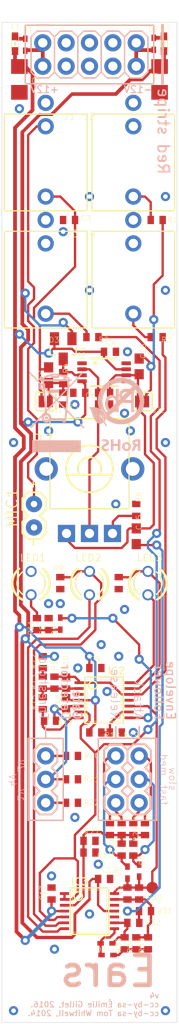
<source format=kicad_pcb>
(kicad_pcb (version 20171130) (host pcbnew 5.1.5-52549c5~84~ubuntu18.04.1)
  (layers (0 Top signal) (31 Bottom signal) (34 B.Paste user) (35 F.Paste user) (36 B.SilkS user) (37 F.SilkS user) (38 B.Mask user) (39 F.Mask user) (44 Edge.Cuts user))
  (net 0 "")
  (net 1 GND)
  (net 2 VEE)
  (net 3 VCC)
  (net 4 AMP_OUT)
  (net 5 "Net-(J2-PadP3)")
  (net 6 "Net-(J2-PadP2)")
  (net 7 "Net-(C3-Pad1)")
  (net 8 "Net-(J1-PadP2)")
  (net 9 "Net-(C16-Pad2)")
  (net 10 "Net-(C5-Pad2)")
  (net 11 "Net-(C7-Pad1)")
  (net 12 "Net-(R7-PadP$1)")
  (net 13 "Net-(D3-Pad3)")
  (net 14 "Net-(D7-PadA)")
  (net 15 "Net-(D7-PadC)")
  (net 16 "Net-(C14-Pad1)")
  (net 17 /ears_v40_2/FULL_WAVE_RECT)
  (net 18 "Net-(IC3-Pad7)")
  (net 19 "Net-(IC3-Pad6)")
  (net 20 /ears_v40_2/ENVELOPE)
  (net 21 "Net-(C11-Pad1)")
  (net 22 "Net-(C15-Pad2)")
  (net 23 "Net-(D8-PadA)")
  (net 24 "Net-(J4-PadP3)")
  (net 25 "Net-(J4-PadP2)")
  (net 26 "Net-(J3-PadP3)")
  (net 27 "Net-(J3-PadP2)")
  (net 28 "Net-(D5-PadC)")
  (net 29 "Net-(D6-PadA)")
  (net 30 "Net-(JP1-Pad3)")
  (net 31 "Net-(JP1-Pad1)")
  (net 32 "Net-(JP3-Pad1)")
  (net 33 "Net-(JP3-Pad3)")
  (net 34 /ears_v40_2/GATE)
  (net 35 "Net-(IC2-Pad5)")
  (net 36 "Net-(C10-Pad1)")
  (net 37 /ears_v40_2/~GATE)
  (net 38 "Net-(JP2-Pad3)")
  (net 39 "Net-(JP2-Pad1)")
  (net 40 "Net-(R12-Pad1)")
  (net 41 /ears_v40_2/CLIP)
  (net 42 "Net-(IC2-Pad9)")
  (net 43 "Net-(IC2-Pad13)")
  (net 44 "Net-(IC2-Pad14)")
  (net 45 "Net-(C8-Pad1)")
  (net 46 "Net-(LED1-PadA)")
  (net 47 "Net-(D2-PadC)")
  (net 48 "Net-(D1-PadA)")
  (net 49 "Net-(D2-PadA)")
  (net 50 "Net-(D1-PadC)")
  (module ears_v40:AVR_ICSP (layer Bottom) (at 148.5111 54.28295 270)
    (fp_text reference JP4 hide)
    (fp_text value M05X2PTH hide)
    (pad 10 thru_hole circle (at 1.27 -5.08) (size 1.8796 1.8796) (drill 1.016) (layers *.Cu *.Mask) (net 47 "Net-(D2-PadC)"))
    (pad 9 thru_hole circle (at -1.27 -5.08) (size 1.8796 1.8796) (drill 1.016) (layers *.Cu *.Mask) (net 47 "Net-(D2-PadC)"))
    (pad 8 thru_hole circle (at 1.27 -2.54) (size 1.8796 1.8796) (drill 1.016) (layers *.Cu *.Mask) (net 1 GND))
    (pad 7 thru_hole circle (at -1.27 -2.54) (size 1.8796 1.8796) (drill 1.016) (layers *.Cu *.Mask) (net 1 GND))
    (pad 6 thru_hole circle (at 1.27 0) (size 1.8796 1.8796) (drill 1.016) (layers *.Cu *.Mask) (net 1 GND))
    (pad 5 thru_hole circle (at -1.27 0) (size 1.8796 1.8796) (drill 1.016) (layers *.Cu *.Mask) (net 1 GND))
    (pad 4 thru_hole circle (at 1.27 2.54) (size 1.8796 1.8796) (drill 1.016) (layers *.Cu *.Mask) (net 1 GND))
    (pad 3 thru_hole circle (at -1.27 2.54) (size 1.8796 1.8796) (drill 1.016) (layers *.Cu *.Mask) (net 1 GND))
    (pad 2 thru_hole circle (at 1.27 5.08) (size 1.8796 1.8796) (drill 1.016) (layers *.Cu *.Mask) (net 48 "Net-(D1-PadA)"))
    (pad 1 thru_hole circle (at -1.27 5.08) (size 1.8796 1.8796) (drill 1.016) (layers *.Cu *.Mask) (net 48 "Net-(D1-PadA)"))
  )
  (module ears_v40:SOD523 (layer Top) (at 155.4961 53.17175 90)
    (fp_text reference D2 (at 1.27 -0.635) (layer F.SilkS) (effects (font (size 0.57912 0.57912) (thickness 0.046329)) (justify left bottom)))
    (fp_text value PMEG2010AEB hide)
    (pad C smd rect (at -0.6 0 90) (size 0.7 0.5) (layers Top F.Paste F.Mask) (net 47 "Net-(D2-PadC)"))
    (pad A smd rect (at 0.7 0 90) (size 0.7 0.5) (layers Top F.Paste F.Mask) (net 49 "Net-(D2-PadA)"))
  )
  (module ears_v40:SOD523 (layer Top) (at 141.5261 53.17175 270)
    (fp_text reference D1 (at -1.2698 0.318) (layer F.SilkS) (effects (font (size 0.57912 0.57912) (thickness 0.046329)) (justify left bottom)))
    (fp_text value PMEG2010AEB)
    (pad C smd rect (at -0.6 0 270) (size 0.7 0.5) (layers Top F.Paste F.Mask) (net 50 "Net-(D1-PadC)"))
    (pad A smd rect (at 0.7 0 270) (size 0.7 0.5) (layers Top F.Paste F.Mask) (net 48 "Net-(D1-PadA)"))
  )
  (module ears_v40:C0402 (layer Top) (at 149.1461 120.79925)
    (fp_text reference C9 (at -0.6351 -0.6352) (layer F.SilkS) (effects (font (size 0.57912 0.57912) (thickness 0.046329)) (justify left bottom)))
    (fp_text value 100n)
    (pad 2 smd rect (at 0.65 0) (size 0.7 0.9) (layers Top F.Paste F.Mask) (net 1 GND))
    (pad 1 smd rect (at -0.65 0) (size 0.7 0.9) (layers Top F.Paste F.Mask) (net 3 VCC))
  )
  (module ears_v40:C0402 (layer Top) (at 144.3836 145.24675 90)
    (fp_text reference C13 (at -0.7937 -0.635 90) (layer F.SilkS) (effects (font (size 0.57912 0.57912) (thickness 0.046329)) (justify left bottom)))
    (fp_text value 100n)
    (pad 2 smd rect (at 0.65 0 90) (size 0.7 0.9) (layers Top F.Paste F.Mask) (net 1 GND))
    (pad 1 smd rect (at -0.65 0 90) (size 0.7 0.9) (layers Top F.Paste F.Mask) (net 3 VCC))
  )
  (module ears_v40:C0402 (layer Top) (at 150.0986 143.65925 180)
    (fp_text reference C12 (at 0.3174 0.6351) (layer F.SilkS) (effects (font (size 0.57912 0.57912) (thickness 0.046329)) (justify left bottom)))
    (fp_text value 100n)
    (pad 2 smd rect (at 0.65 0 180) (size 0.7 0.9) (layers Top F.Paste F.Mask) (net 2 VEE))
    (pad 1 smd rect (at -0.65 0 180) (size 0.7 0.9) (layers Top F.Paste F.Mask) (net 1 GND))
  )
  (module ears_v40:ROHS (layer Bottom) (at 155.3373 97.93925 180)
    (fp_text reference U$2 hide)
    (fp_text value "" hide)
  )
  (module ears_v40:WQP_PJ_301M6 (layer Top) (at 153.2736 65.23675 180)
    (fp_text reference J2 (at 4.0237 4.6825) (layer F.SilkS) (effects (font (size 0.77216 0.77216) (thickness 0.061772)) (justify right top)))
    (fp_text value PJ301_THONKICONN6 hide)
    (pad "" np_thru_hole circle (at 0 0 180) (size 2.2 2.2) (drill 2.2) (layers *.Cu *.Mask))
    (pad P1 thru_hole circle (at 0 5.715 180) (size 1.778 1.778) (drill 1.016) (layers *.Cu *.Mask) (net 1 GND))
    (pad P3 thru_hole circle (at 0 -4.445 180) (size 1.778 1.778) (drill 1.016) (layers *.Cu *.Mask) (net 5 "Net-(J2-PadP3)"))
    (pad P2 thru_hole circle (at 0 3.175 180) (size 1.778 1.778) (drill 1.016) (layers *.Cu *.Mask) (net 6 "Net-(J2-PadP2)"))
  )
  (module ears_v40:WQP_PJ_301M6 (layer Top) (at 153.2736 77.93675 180)
    (fp_text reference J4 (at 4.0239 4.6825) (layer F.SilkS) (effects (font (size 0.77216 0.77216) (thickness 0.061772)) (justify right top)))
    (fp_text value PJ301_THONKICONN6 hide)
    (pad "" np_thru_hole circle (at 0 0 180) (size 2.2 2.2) (drill 2.2) (layers *.Cu *.Mask))
    (pad P1 thru_hole circle (at 0 5.715 180) (size 1.778 1.778) (drill 1.016) (layers *.Cu *.Mask) (net 1 GND))
    (pad P3 thru_hole circle (at 0 -4.445 180) (size 1.778 1.778) (drill 1.016) (layers *.Cu *.Mask) (net 24 "Net-(J4-PadP3)"))
    (pad P2 thru_hole circle (at 0 3.175 180) (size 1.778 1.778) (drill 1.016) (layers *.Cu *.Mask) (net 25 "Net-(J4-PadP2)"))
  )
  (module ears_v40:WQP_PJ_301M6 (layer Top) (at 143.7486 65.23675 180)
    (fp_text reference J1 (at -3.2788 4.6825) (layer F.SilkS) (effects (font (size 0.77216 0.77216) (thickness 0.061772)) (justify right top)))
    (fp_text value PJ301_THONKICONN6 hide)
    (pad "" np_thru_hole circle (at 0 0 180) (size 2.2 2.2) (drill 2.2) (layers *.Cu *.Mask))
    (pad P1 thru_hole circle (at 0 5.715 180) (size 1.778 1.778) (drill 1.016) (layers *.Cu *.Mask) (net 1 GND))
    (pad P3 thru_hole circle (at 0 -4.445 180) (size 1.778 1.778) (drill 1.016) (layers *.Cu *.Mask) (net 7 "Net-(C3-Pad1)"))
    (pad P2 thru_hole circle (at 0 3.175 180) (size 1.778 1.778) (drill 1.016) (layers *.Cu *.Mask) (net 8 "Net-(J1-PadP2)"))
  )
  (module ears_v40:WQP_PJ_301M6 (layer Top) (at 143.7486 77.93675 180)
    (fp_text reference J3 (at -3.5963 4.6825) (layer F.SilkS) (effects (font (size 0.77216 0.77216) (thickness 0.061772)) (justify right top)))
    (fp_text value PJ301_THONKICONN6 hide)
    (pad "" np_thru_hole circle (at 0 0 180) (size 2.2 2.2) (drill 2.2) (layers *.Cu *.Mask))
    (pad P1 thru_hole circle (at 0 5.715 180) (size 1.778 1.778) (drill 1.016) (layers *.Cu *.Mask) (net 1 GND))
    (pad P3 thru_hole circle (at 0 -4.445 180) (size 1.778 1.778) (drill 1.016) (layers *.Cu *.Mask) (net 26 "Net-(J3-PadP3)"))
    (pad P2 thru_hole circle (at 0 3.175 180) (size 1.778 1.778) (drill 1.016) (layers *.Cu *.Mask) (net 27 "Net-(J3-PadP2)"))
  )
  (module ears_v40:SOD523 (layer Top) (at 150.4161 150.64425 180)
    (fp_text reference D7 (at 1.1114 0.3175) (layer F.SilkS) (effects (font (size 0.57912 0.57912) (thickness 0.046329)) (justify left bottom)))
    (fp_text value 1N4148 hide)
    (pad C smd rect (at -0.6 0 180) (size 0.7 0.5) (layers Top F.Paste F.Mask) (net 15 "Net-(D7-PadC)"))
    (pad A smd rect (at 0.7 0 180) (size 0.7 0.5) (layers Top F.Paste F.Mask) (net 14 "Net-(D7-PadA)"))
  )
  (module ears_v40:R0402 (layer Top) (at 155.8136 72.22175 180)
    (fp_text reference R1 (at -1.1112 -0.3173) (layer F.SilkS) (effects (font (size 0.57912 0.57912) (thickness 0.046329)) (justify left bottom)))
    (fp_text value 510)
    (pad 2 smd rect (at 0.65 0 180) (size 0.7 0.9) (layers Top F.Paste F.Mask) (net 5 "Net-(J2-PadP3)"))
    (pad 1 smd rect (at -0.65 0 180) (size 0.7 0.9) (layers Top F.Paste F.Mask) (net 9 "Net-(C16-Pad2)"))
  )
  (module ears_v40:SOD523 (layer Top) (at 150.4161 151.91425)
    (fp_text reference D8 (at -1.1107 -0.3177) (layer F.SilkS) (effects (font (size 0.4826 0.4826) (thickness 0.038608)) (justify left bottom)))
    (fp_text value 1N4148 hide)
    (pad C smd rect (at -0.6 0) (size 0.7 0.5) (layers Top F.Paste F.Mask) (net 14 "Net-(D7-PadA)"))
    (pad A smd rect (at 0.7 0) (size 0.7 0.5) (layers Top F.Paste F.Mask) (net 23 "Net-(D8-PadA)"))
  )
  (module ears_v40:R0402 (layer Top) (at 145.6536 91.58925 90)
    (fp_text reference R5 (at -1.2699 0.4764) (layer F.SilkS) (effects (font (size 0.57912 0.57912) (thickness 0.046329)) (justify left bottom)))
    (fp_text value 1.0M)
    (pad 2 smd rect (at 0.65 0 90) (size 0.7 0.9) (layers Top F.Paste F.Mask) (net 10 "Net-(C5-Pad2)"))
    (pad 1 smd rect (at -0.65 0 90) (size 0.7 0.9) (layers Top F.Paste F.Mask) (net 1 GND))
  )
  (module ears_v40:C1206 (layer Top) (at 140.8911 56.98175 270)
    (fp_text reference C1 (at 0.4765 -1.2703) (layer F.SilkS) (effects (font (size 0.57912 0.57912) (thickness 0.046329)) (justify left bottom)))
    (fp_text value 22u)
    (pad 2 smd rect (at 1.4 0 270) (size 1.6 1.8) (layers Top F.Paste F.Mask) (net 1 GND))
    (pad 1 smd rect (at -1.4 0 270) (size 1.6 1.8) (layers Top F.Paste F.Mask) (net 3 VCC))
  )
  (module ears_v40:C1206 (layer Top) (at 156.1311 56.98175 90)
    (fp_text reference C2 (at 0.0001 -1.2701) (layer F.SilkS) (effects (font (size 0.57912 0.57912) (thickness 0.046329)) (justify left bottom)))
    (fp_text value 22u)
    (pad 2 smd rect (at 1.4 0 90) (size 1.6 1.8) (layers Top F.Paste F.Mask) (net 2 VEE))
    (pad 1 smd rect (at -1.4 0 90) (size 1.6 1.8) (layers Top F.Paste F.Mask) (net 1 GND))
  )
  (module ears_v40:0603 (layer Top) (at 140.4148 53.01275 90)
    (fp_text reference L1 (at 1.4285 -0.4762) (layer F.SilkS) (effects (font (size 0.57912 0.57912) (thickness 0.046329)) (justify left bottom)))
    (fp_text value WE-CBF_0603)
    (pad 2 smd rect (at 0.7 0 90) (size 0.85 0.7) (layers Top F.Paste F.Mask) (net 50 "Net-(D1-PadC)"))
    (pad 1 smd rect (at -0.9 0 90) (size 0.85 0.7) (layers Top F.Paste F.Mask) (net 3 VCC))
  )
  (module ears_v40:0603 (layer Top) (at 156.6073 53.01305 90)
    (fp_text reference L2 (at 1.4288 -0.4762) (layer F.SilkS) (effects (font (size 0.57912 0.57912) (thickness 0.046329)) (justify left bottom)))
    (fp_text value WE-CBF_0603)
    (pad 2 smd rect (at 0.7 0 90) (size 0.85 0.7) (layers Top F.Paste F.Mask) (net 49 "Net-(D2-PadA)"))
    (pad 1 smd rect (at -0.9 0 90) (size 0.85 0.7) (layers Top F.Paste F.Mask) (net 2 VEE))
  )
  (module ears_v40:1X02_TINY (layer Top) (at 142.4786 105.55925 90)
    (fp_text reference MIC1 (at -0.0762 -1.6701 90) (layer F.SilkS) (effects (font (size 1.2065 1.2065) (thickness 0.12065)) (justify left bottom)))
    (fp_text value M02TINY)
    (pad 2 thru_hole circle (at 2.54 0 180) (size 1.778 1.778) (drill 0.7) (layers *.Cu *.Mask) (net 8 "Net-(J1-PadP2)"))
    (pad 1 thru_hole circle (at 0 0 180) (size 1.778 1.778) (drill 0.7) (layers *.Cu *.Mask) (net 1 GND))
  )
  (module ears_v40:ALPS_POT_VERTICAL_PS (layer Top) (at 148.5111 99.20925 180)
    (fp_text reference R7 (at 3.81 3.81) (layer F.SilkS) (effects (font (size 1.2065 1.2065) (thickness 0.09652)) (justify right top)))
    (fp_text value 50kB)
    (pad P$5 thru_hole circle (at 4.7 0 90) (size 2.54 2.54) (drill 1.5) (layers *.Cu *.Mask))
    (pad P$4 thru_hole circle (at -4.7 0 90) (size 2.54 2.54) (drill 1.5) (layers *.Cu *.Mask))
    (pad P$3 thru_hole rect (at 2.5 -7 90) (size 1.8796 1.8796) (drill 1) (layers *.Cu *.Mask) (net 4 AMP_OUT))
    (pad P$2 thru_hole rect (at 0 -7 90) (size 1.8796 1.8796) (drill 1) (layers *.Cu *.Mask) (net 11 "Net-(C7-Pad1)"))
    (pad P$1 thru_hole rect (at -2.5 -7 90) (size 1.8796 1.8796) (drill 1) (layers *.Cu *.Mask) (net 12 "Net-(R7-PadP$1)"))
  )
  (module ears_v40:R0402 (layer Top) (at 153.5911 103.65425 90)
    (fp_text reference R8 (at 0.7937 0.6349 90) (layer F.SilkS) (effects (font (size 0.57912 0.57912) (thickness 0.046329)) (justify left bottom)))
    (fp_text value 510)
    (pad 2 smd rect (at 0.65 0 90) (size 0.7 0.9) (layers Top F.Paste F.Mask) (net 1 GND))
    (pad 1 smd rect (at -0.65 0 90) (size 0.7 0.9) (layers Top F.Paste F.Mask) (net 12 "Net-(R7-PadP$1)"))
  )
  (module ears_v40:C0402 (layer Top) (at 150.0986 90.95425)
    (fp_text reference C7 (at 1.27 0.3174) (layer F.SilkS) (effects (font (size 0.57912 0.57912) (thickness 0.046329)) (justify left bottom)))
    (fp_text value 22p)
    (pad 2 smd rect (at 0.65 0) (size 0.7 0.9) (layers Top F.Paste F.Mask) (net 4 AMP_OUT))
    (pad 1 smd rect (at -0.65 0) (size 0.7 0.9) (layers Top F.Paste F.Mask) (net 11 "Net-(C7-Pad1)"))
  )
  (module ears_v40:TSSOP14 (layer Top) (at 148.5111 147.15175 270)
    (fp_text reference IC3 (at -2.7369 2.0828) (layer F.SilkS) (effects (font (size 0.77216 0.77216) (thickness 0.115824)) (justify left bottom)))
    (fp_text value LM324PW)
    (pad 8 smd rect (at 1.905 -2.7178 270) (size 0.3048 0.9906) (layers Top F.Paste F.Mask) (net 14 "Net-(D7-PadA)"))
    (pad 9 smd rect (at 1.27 -2.7178 270) (size 0.3048 0.9906) (layers Top F.Paste F.Mask) (net 15 "Net-(D7-PadC)"))
    (pad 10 smd rect (at 0.635 -2.7178 270) (size 0.3048 0.9906) (layers Top F.Paste F.Mask) (net 1 GND))
    (pad 11 smd rect (at 0 -2.7178 270) (size 0.3048 0.9906) (layers Top F.Paste F.Mask) (net 2 VEE))
    (pad 12 smd rect (at -0.635 -2.7178 270) (size 0.3048 0.9906) (layers Top F.Paste F.Mask) (net 1 GND))
    (pad 13 smd rect (at -1.27 -2.7178 270) (size 0.3048 0.9906) (layers Top F.Paste F.Mask) (net 16 "Net-(C14-Pad1)"))
    (pad 14 smd rect (at -1.905 -2.7178 270) (size 0.3048 0.9906) (layers Top F.Paste F.Mask) (net 17 /ears_v40_2/FULL_WAVE_RECT))
    (pad 7 smd rect (at 1.905 2.7178 270) (size 0.3048 0.9906) (layers Top F.Paste F.Mask) (net 18 "Net-(IC3-Pad7)"))
    (pad 6 smd rect (at 1.27 2.7178 270) (size 0.3048 0.9906) (layers Top F.Paste F.Mask) (net 19 "Net-(IC3-Pad6)"))
    (pad 5 smd rect (at 0.635 2.7178 270) (size 0.3048 0.9906) (layers Top F.Paste F.Mask) (net 20 /ears_v40_2/ENVELOPE))
    (pad 4 smd rect (at 0 2.7178 270) (size 0.3048 0.9906) (layers Top F.Paste F.Mask) (net 3 VCC))
    (pad 3 smd rect (at -0.635 2.7178 270) (size 0.3048 0.9906) (layers Top F.Paste F.Mask) (net 21 "Net-(C11-Pad1)"))
    (pad 2 smd rect (at -1.27 2.7178 270) (size 0.3048 0.9906) (layers Top F.Paste F.Mask) (net 20 /ears_v40_2/ENVELOPE))
    (pad 1 smd rect (at -1.905 2.7178 270) (size 0.3048 0.9906) (layers Top F.Paste F.Mask) (net 20 /ears_v40_2/ENVELOPE))
  )
  (module ears_v40:R0402 (layer Top) (at 153.2736 148.42175 180)
    (fp_text reference R32 (at -1.2701 -0.3174) (layer F.SilkS) (effects (font (size 0.57912 0.57912) (thickness 0.046329)) (justify left bottom)))
    (fp_text value 200k)
    (pad 2 smd rect (at 0.65 0 180) (size 0.7 0.9) (layers Top F.Paste F.Mask) (net 15 "Net-(D7-PadC)"))
    (pad 1 smd rect (at -0.65 0 180) (size 0.7 0.9) (layers Top F.Paste F.Mask) (net 22 "Net-(C15-Pad2)"))
  )
  (module ears_v40:R0402 (layer Top) (at 152.3211 150.64425 270)
    (fp_text reference R33 (at 1.1112 0.3175 90) (layer F.SilkS) (effects (font (size 0.57912 0.57912) (thickness 0.046329)) (justify left bottom)))
    (fp_text value 100k)
    (pad 2 smd rect (at 0.65 0 270) (size 0.7 0.9) (layers Top F.Paste F.Mask) (net 23 "Net-(D8-PadA)"))
    (pad 1 smd rect (at -0.65 0 270) (size 0.7 0.9) (layers Top F.Paste F.Mask) (net 15 "Net-(D7-PadC)"))
  )
  (module ears_v40:R0402 (layer Top) (at 153.9086 145.24675 90)
    (fp_text reference R30 (at -0.7937 0.7938) (layer F.SilkS) (effects (font (size 0.57912 0.57912) (thickness 0.046329)) (justify left bottom)))
    (fp_text value 200k)
    (pad 2 smd rect (at 0.65 0 90) (size 0.7 0.9) (layers Top F.Paste F.Mask) (net 17 /ears_v40_2/FULL_WAVE_RECT))
    (pad 1 smd rect (at -0.65 0 90) (size 0.7 0.9) (layers Top F.Paste F.Mask) (net 16 "Net-(C14-Pad1)"))
  )
  (module ears_v40:C0402 (layer Top) (at 152.6386 145.24675 90)
    (fp_text reference C14 (at 0.3175 -1.5875) (layer F.SilkS) (effects (font (size 0.38608 0.38608) (thickness 0.030886)) (justify left bottom)))
    (fp_text value 1.0n)
    (pad 2 smd rect (at 0.65 0 90) (size 0.7 0.9) (layers Top F.Paste F.Mask) (net 17 /ears_v40_2/FULL_WAVE_RECT))
    (pad 1 smd rect (at -0.65 0 90) (size 0.7 0.9) (layers Top F.Paste F.Mask) (net 16 "Net-(C14-Pad1)"))
  )
  (module ears_v40:R0402 (layer Top) (at 154.8611 150.64425 90)
    (fp_text reference R35 (at -1.1112 -0.3174 90) (layer F.SilkS) (effects (font (size 0.57912 0.57912) (thickness 0.046329)) (justify left bottom)))
    (fp_text value 100k)
    (pad 2 smd rect (at 0.65 0 90) (size 0.7 0.9) (layers Top F.Paste F.Mask) (net 16 "Net-(C14-Pad1)"))
    (pad 1 smd rect (at -0.65 0 90) (size 0.7 0.9) (layers Top F.Paste F.Mask) (net 23 "Net-(D8-PadA)"))
  )
  (module ears_v40:R0402 (layer Top) (at 154.5436 147.15175)
    (fp_text reference R31 (at 1.2699 0.3175) (layer F.SilkS) (effects (font (size 0.57912 0.57912) (thickness 0.046329)) (justify left bottom)))
    (fp_text value 200k)
    (pad 2 smd rect (at 0.65 0) (size 0.7 0.9) (layers Top F.Paste F.Mask) (net 16 "Net-(C14-Pad1)"))
    (pad 1 smd rect (at -0.65 0) (size 0.7 0.9) (layers Top F.Paste F.Mask) (net 22 "Net-(C15-Pad2)"))
  )
  (module ears_v40:R0402 (layer Top) (at 153.5911 150.64425 90)
    (fp_text reference R34 (at -1.1112 -0.3175 90) (layer F.SilkS) (effects (font (size 0.57912 0.57912) (thickness 0.046329)) (justify left bottom)))
    (fp_text value 100k)
    (pad 2 smd rect (at 0.65 0 90) (size 0.7 0.9) (layers Top F.Paste F.Mask) (net 16 "Net-(C14-Pad1)"))
    (pad 1 smd rect (at -0.65 0 90) (size 0.7 0.9) (layers Top F.Paste F.Mask) (net 23 "Net-(D8-PadA)"))
  )
  (module ears_v40:SOD523 (layer Top) (at 153.9086 142.70675 270)
    (fp_text reference D5 (at -0.4763 -0.635 90) (layer F.SilkS) (effects (font (size 0.57912 0.57912) (thickness 0.046329)) (justify left bottom)))
    (fp_text value 1N4148 hide)
    (pad C smd rect (at -0.6 0 270) (size 0.7 0.5) (layers Top F.Paste F.Mask) (net 28 "Net-(D5-PadC)"))
    (pad A smd rect (at 0.7 0 270) (size 0.7 0.5) (layers Top F.Paste F.Mask) (net 17 /ears_v40_2/FULL_WAVE_RECT))
  )
  (module ears_v40:SOD523 (layer Top) (at 152.6386 143.02425 90)
    (fp_text reference D6 (at -0.4762 -0.635 90) (layer F.SilkS) (effects (font (size 0.57912 0.57912) (thickness 0.046329)) (justify left bottom)))
    (fp_text value 1N4148)
    (pad C smd rect (at -0.6 0 90) (size 0.7 0.5) (layers Top F.Paste F.Mask) (net 17 /ears_v40_2/FULL_WAVE_RECT))
    (pad A smd rect (at 0.7 0 90) (size 0.7 0.5) (layers Top F.Paste F.Mask) (net 29 "Net-(D6-PadA)"))
  )
  (module ears_v40:R0402 (layer Top) (at 152.0036 140.48425 90)
    (fp_text reference R28 (at -0.635 -0.635 90) (layer F.SilkS) (effects (font (size 0.57912 0.57912) (thickness 0.046329)) (justify left bottom)))
    (fp_text value 430k)
    (pad 2 smd rect (at 0.65 0 90) (size 0.7 0.9) (layers Top F.Paste F.Mask) (net 21 "Net-(C11-Pad1)"))
    (pad 1 smd rect (at -0.65 0 90) (size 0.7 0.9) (layers Top F.Paste F.Mask) (net 29 "Net-(D6-PadA)"))
  )
  (module ears_v40:R0402 (layer Top) (at 153.2736 140.48425 90)
    (fp_text reference R29 (at 0.7938 0.6351 90) (layer F.SilkS) (effects (font (size 0.57912 0.57912) (thickness 0.046329)) (justify left bottom)))
    (fp_text value 100k)
    (pad 2 smd rect (at 0.65 0 90) (size 0.7 0.9) (layers Top F.Paste F.Mask) (net 21 "Net-(C11-Pad1)"))
    (pad 1 smd rect (at -0.65 0 90) (size 0.7 0.9) (layers Top F.Paste F.Mask) (net 28 "Net-(D5-PadC)"))
  )
  (module ears_v40:R0402 (layer Top) (at 154.5436 138.26175 270)
    (fp_text reference R26 (at -1.1112 0.4761) (layer F.SilkS) (effects (font (size 0.38608 0.38608) (thickness 0.030886)) (justify left bottom)))
    (fp_text value 20k)
    (pad 2 smd rect (at 0.65 0 270) (size 0.7 0.9) (layers Top F.Paste F.Mask) (net 21 "Net-(C11-Pad1)"))
    (pad 1 smd rect (at -0.65 0 270) (size 0.7 0.9) (layers Top F.Paste F.Mask) (net 30 "Net-(JP1-Pad3)"))
  )
  (module ears_v40:R0402 (layer Top) (at 153.2736 138.26175 270)
    (fp_text reference R25 (at -1.1112 0.4762) (layer F.SilkS) (effects (font (size 0.38608 0.38608) (thickness 0.030886)) (justify left bottom)))
    (fp_text value 2.7k)
    (pad 2 smd rect (at 0.65 0 270) (size 0.7 0.9) (layers Top F.Paste F.Mask) (net 21 "Net-(C11-Pad1)"))
    (pad 1 smd rect (at -0.65 0 270) (size 0.7 0.9) (layers Top F.Paste F.Mask) (net 31 "Net-(JP1-Pad1)"))
  )
  (module ears_v40:R0402 (layer Top) (at 150.7336 138.26175 270)
    (fp_text reference R23 (at -1.1113 0.4762) (layer F.SilkS) (effects (font (size 0.38608 0.38608) (thickness 0.030886)) (justify left bottom)))
    (fp_text value 100k)
    (pad 2 smd rect (at 0.65 0 270) (size 0.7 0.9) (layers Top F.Paste F.Mask) (net 21 "Net-(C11-Pad1)"))
    (pad 1 smd rect (at -0.65 0 270) (size 0.7 0.9) (layers Top F.Paste F.Mask) (net 32 "Net-(JP3-Pad1)"))
  )
  (module ears_v40:R0402 (layer Top) (at 152.0036 138.26175 270)
    (fp_text reference R24 (at -1.1113 0.4761) (layer F.SilkS) (effects (font (size 0.38608 0.38608) (thickness 0.030886)) (justify left bottom)))
    (fp_text value 10k)
    (pad 2 smd rect (at 0.65 0 270) (size 0.7 0.9) (layers Top F.Paste F.Mask) (net 21 "Net-(C11-Pad1)"))
    (pad 1 smd rect (at -0.65 0 270) (size 0.7 0.9) (layers Top F.Paste F.Mask) (net 33 "Net-(JP3-Pad3)"))
  )
  (module ears_v40:1X03 (layer Bottom) (at 153.9086 135.40425 90)
    (fp_text reference JP1 hide)
    (fp_text value M03PTH)
    (pad 3 thru_hole circle (at 5.08 0) (size 1.8796 1.8796) (drill 1.016) (layers *.Cu *.Mask) (net 30 "Net-(JP1-Pad3)"))
    (pad 2 thru_hole circle (at 2.54 0) (size 1.8796 1.8796) (drill 1.016) (layers *.Cu *.Mask) (net 28 "Net-(D5-PadC)"))
    (pad 1 thru_hole circle (at 0 0) (size 1.8796 1.8796) (drill 1.016) (layers *.Cu *.Mask) (net 31 "Net-(JP1-Pad1)"))
  )
  (module ears_v40:1X03 (layer Bottom) (at 151.3686 130.32425 270)
    (fp_text reference JP3 hide)
    (fp_text value M03PTH)
    (pad 3 thru_hole circle (at 5.08 0 180) (size 1.8796 1.8796) (drill 1.016) (layers *.Cu *.Mask) (net 33 "Net-(JP3-Pad3)"))
    (pad 2 thru_hole circle (at 2.54 0 180) (size 1.8796 1.8796) (drill 1.016) (layers *.Cu *.Mask) (net 29 "Net-(D6-PadA)"))
    (pad 1 thru_hole circle (at 0 0 180) (size 1.8796 1.8796) (drill 1.016) (layers *.Cu *.Mask) (net 32 "Net-(JP3-Pad1)"))
  )
  (module ears_v40:C0402 (layer Top) (at 148.5111 140.80175)
    (fp_text reference C11 (at 0.7937 0.6351) (layer F.SilkS) (effects (font (size 0.57912 0.57912) (thickness 0.046329)) (justify left bottom)))
    (fp_text value 1u)
    (pad 2 smd rect (at 0.65 0) (size 0.7 0.9) (layers Top F.Paste F.Mask) (net 1 GND))
    (pad 1 smd rect (at -0.65 0) (size 0.7 0.9) (layers Top F.Paste F.Mask) (net 21 "Net-(C11-Pad1)"))
  )
  (module ears_v40:R0402 (layer Top) (at 148.5111 139.53175 180)
    (fp_text reference R27 (at 0.635 0.6351) (layer F.SilkS) (effects (font (size 0.57912 0.57912) (thickness 0.046329)) (justify left bottom)))
    (fp_text value 1.0M)
    (pad 2 smd rect (at 0.65 0 180) (size 0.7 0.9) (layers Top F.Paste F.Mask) (net 21 "Net-(C11-Pad1)"))
    (pad 1 smd rect (at -0.65 0 180) (size 0.7 0.9) (layers Top F.Paste F.Mask) (net 1 GND))
  )
  (module ears_v40:R0402 (layer Top) (at 148.8286 84.92175 180)
    (fp_text reference R2 (at -0.635 -0.6349) (layer F.SilkS) (effects (font (size 0.57912 0.57912) (thickness 0.046329)) (justify left bottom)))
    (fp_text value 510)
    (pad 2 smd rect (at 0.65 0 180) (size 0.7 0.9) (layers Top F.Paste F.Mask) (net 26 "Net-(J3-PadP3)"))
    (pad 1 smd rect (at -0.65 0 180) (size 0.7 0.9) (layers Top F.Paste F.Mask) (net 20 /ears_v40_2/ENVELOPE))
  )
  (module ears_v40:R0402 (layer Top) (at 145.3361 111.59175 270)
    (fp_text reference R9 (at -1.2701 0.7937) (layer F.SilkS) (effects (font (size 0.57912 0.57912) (thickness 0.046329)) (justify left bottom)))
    (fp_text value 20k)
    (pad 2 smd rect (at 0.65 0 270) (size 0.7 0.9) (layers Top F.Paste F.Mask) (net 1 GND))
    (pad 1 smd rect (at -0.65 0 270) (size 0.7 0.9) (layers Top F.Paste F.Mask) (net 19 "Net-(IC3-Pad6)"))
  )
  (module ears_v40:PAD.03X.05 (layer Top) (at 155.3374 144.61175)
    (fp_text reference TP1 hide)
    (fp_text value TEST-POINT3X5 hide)
    (pad P$1 smd roundrect (at 0 0) (size 1.27 1.27) (layers Top F.Mask) (roundrect_rratio 0.5) (net 17 /ears_v40_2/FULL_WAVE_RECT))
  )
  (module ears_v40:R0402 (layer Top) (at 155.8136 84.92175 180)
    (fp_text reference R3 (at -0.4762 -0.635) (layer F.SilkS) (effects (font (size 0.57912 0.57912) (thickness 0.046329)) (justify left bottom)))
    (fp_text value 510)
    (pad 2 smd rect (at 0.65 0 180) (size 0.7 0.9) (layers Top F.Paste F.Mask) (net 24 "Net-(J4-PadP3)"))
    (pad 1 smd rect (at -0.65 0 180) (size 0.7 0.9) (layers Top F.Paste F.Mask) (net 34 /ears_v40_2/GATE))
  )
  (module ears_v40:R0402 (layer Top) (at 145.9711 124.60925 270)
    (fp_text reference R16 (at 0.7937 0.6349 90) (layer F.SilkS) (effects (font (size 0.57912 0.57912) (thickness 0.046329)) (justify left bottom)))
    (fp_text value 200k)
    (pad 2 smd rect (at 0.65 0 270) (size 0.7 0.9) (layers Top F.Paste F.Mask) (net 35 "Net-(IC2-Pad5)"))
    (pad 1 smd rect (at -0.65 0 270) (size 0.7 0.9) (layers Top F.Paste F.Mask) (net 3 VCC))
  )
  (module ears_v40:R0402 (layer Top) (at 143.4311 124.60925 90)
    (fp_text reference R15 (at -0.7939 -0.6349 90) (layer F.SilkS) (effects (font (size 0.57912 0.57912) (thickness 0.046329)) (justify left bottom)))
    (fp_text value 200k)
    (pad 2 smd rect (at 0.65 0 90) (size 0.7 0.9) (layers Top F.Paste F.Mask) (net 36 "Net-(C10-Pad1)"))
    (pad 1 smd rect (at -0.65 0 90) (size 0.7 0.9) (layers Top F.Paste F.Mask) (net 37 /ears_v40_2/~GATE))
  )
  (module ears_v40:R0402 (layer Top) (at 144.7011 122.38675 90)
    (fp_text reference R14 (at 1.27 0.3175 90) (layer F.SilkS) (effects (font (size 0.57912 0.57912) (thickness 0.046329)) (justify left bottom)))
    (fp_text value 200k)
    (pad 2 smd rect (at 0.65 0 90) (size 0.7 0.9) (layers Top F.Paste F.Mask) (net 34 /ears_v40_2/GATE))
    (pad 1 smd rect (at -0.65 0 90) (size 0.7 0.9) (layers Top F.Paste F.Mask) (net 36 "Net-(C10-Pad1)"))
  )
  (module ears_v40:C0402 (layer Top) (at 145.9711 122.38675 90)
    (fp_text reference C10 (at 1.27 0.3175 90) (layer F.SilkS) (effects (font (size 0.57912 0.57912) (thickness 0.046329)) (justify left bottom)))
    (fp_text value 68p)
    (pad 2 smd rect (at 0.65 0 90) (size 0.7 0.9) (layers Top F.Paste F.Mask) (net 34 /ears_v40_2/GATE))
    (pad 1 smd rect (at -0.65 0 90) (size 0.7 0.9) (layers Top F.Paste F.Mask) (net 36 "Net-(C10-Pad1)"))
  )
  (module ears_v40:R0402 (layer Top) (at 144.2248 126.51425 180)
    (fp_text reference R17 (at -0.7938 -0.635) (layer F.SilkS) (effects (font (size 0.57912 0.57912) (thickness 0.046329)) (justify left bottom)))
    (fp_text value 200k)
    (pad 2 smd rect (at 0.65 0 180) (size 0.7 0.9) (layers Top F.Paste F.Mask) (net 37 /ears_v40_2/~GATE))
    (pad 1 smd rect (at -0.65 0 180) (size 0.7 0.9) (layers Top F.Paste F.Mask) (net 35 "Net-(IC2-Pad5)"))
  )
  (module ears_v40:R0402 (layer Top) (at 146.6061 132.86425)
    (fp_text reference R21 (at 1.27 0.3175) (layer F.SilkS) (effects (font (size 0.57912 0.57912) (thickness 0.046329)) (justify left bottom)))
    (fp_text value 100k)
    (pad 2 smd rect (at 0.65 0) (size 0.7 0.9) (layers Top F.Paste F.Mask) (net 1 GND))
    (pad 1 smd rect (at -0.65 0) (size 0.7 0.9) (layers Top F.Paste F.Mask) (net 35 "Net-(IC2-Pad5)"))
  )
  (module ears_v40:R0402 (layer Top) (at 146.6061 130.32425)
    (fp_text reference R20 (at 1.27 0.3175) (layer F.SilkS) (effects (font (size 0.57912 0.57912) (thickness 0.046329)) (justify left bottom)))
    (fp_text value 100k)
    (pad 2 smd rect (at 0.65 0) (size 0.7 0.9) (layers Top F.Paste F.Mask) (net 1 GND))
    (pad 1 smd rect (at -0.65 0) (size 0.7 0.9) (layers Top F.Paste F.Mask) (net 38 "Net-(JP2-Pad3)"))
  )
  (module ears_v40:R0402 (layer Top) (at 146.6061 135.40425)
    (fp_text reference R22 (at 1.27 0.3175) (layer F.SilkS) (effects (font (size 0.57912 0.57912) (thickness 0.046329)) (justify left bottom)))
    (fp_text value 20k)
    (pad 2 smd rect (at 0.65 0) (size 0.7 0.9) (layers Top F.Paste F.Mask) (net 1 GND))
    (pad 1 smd rect (at -0.65 0) (size 0.7 0.9) (layers Top F.Paste F.Mask) (net 39 "Net-(JP2-Pad1)"))
  )
  (module ears_v40:1X03 (layer Bottom) (at 143.7486 135.40425 90)
    (fp_text reference JP2 hide)
    (fp_text value M03PTH)
    (pad 3 thru_hole circle (at 5.08 0) (size 1.8796 1.8796) (drill 1.016) (layers *.Cu *.Mask) (net 38 "Net-(JP2-Pad3)"))
    (pad 2 thru_hole circle (at 2.54 0) (size 1.8796 1.8796) (drill 1.016) (layers *.Cu *.Mask) (net 35 "Net-(IC2-Pad5)"))
    (pad 1 thru_hole circle (at 0 0) (size 1.8796 1.8796) (drill 1.016) (layers *.Cu *.Mask) (net 39 "Net-(JP2-Pad1)"))
  )
  (module ears_v40:R0402 (layer Top) (at 143.4311 122.38675 270)
    (fp_text reference R13 (at 0.7936 0.6349 90) (layer F.SilkS) (effects (font (size 0.57912 0.57912) (thickness 0.046329)) (justify left bottom)))
    (fp_text value 200k)
    (pad 2 smd rect (at 0.65 0 270) (size 0.7 0.9) (layers Top F.Paste F.Mask) (net 36 "Net-(C10-Pad1)"))
    (pad 1 smd rect (at -0.65 0 270) (size 0.7 0.9) (layers Top F.Paste F.Mask) (net 40 "Net-(R12-Pad1)"))
  )
  (module ears_v40:TSSOP14 (layer Top) (at 150.0986 124.29175 270)
    (fp_text reference IC2 (at -2.7369 -0.2984) (layer F.SilkS) (effects (font (size 0.77216 0.77216) (thickness 0.115824)) (justify left bottom)))
    (fp_text value LM324PW)
    (pad 8 smd rect (at 1.905 -2.7178 270) (size 0.3048 0.9906) (layers Top F.Paste F.Mask) (net 41 /ears_v40_2/CLIP))
    (pad 9 smd rect (at 1.27 -2.7178 270) (size 0.3048 0.9906) (layers Top F.Paste F.Mask) (net 42 "Net-(IC2-Pad9)"))
    (pad 10 smd rect (at 0.635 -2.7178 270) (size 0.3048 0.9906) (layers Top F.Paste F.Mask) (net 17 /ears_v40_2/FULL_WAVE_RECT))
    (pad 11 smd rect (at 0 -2.7178 270) (size 0.3048 0.9906) (layers Top F.Paste F.Mask) (net 1 GND))
    (pad 12 smd rect (at -0.635 -2.7178 270) (size 0.3048 0.9906) (layers Top F.Paste F.Mask) (net 34 /ears_v40_2/GATE))
    (pad 13 smd rect (at -1.27 -2.7178 270) (size 0.3048 0.9906) (layers Top F.Paste F.Mask) (net 43 "Net-(IC2-Pad13)"))
    (pad 14 smd rect (at -1.905 -2.7178 270) (size 0.3048 0.9906) (layers Top F.Paste F.Mask) (net 44 "Net-(IC2-Pad14)"))
    (pad 7 smd rect (at 1.905 2.7178 270) (size 0.3048 0.9906) (layers Top F.Paste F.Mask) (net 37 /ears_v40_2/~GATE))
    (pad 6 smd rect (at 1.27 2.7178 270) (size 0.3048 0.9906) (layers Top F.Paste F.Mask) (net 20 /ears_v40_2/ENVELOPE))
    (pad 5 smd rect (at 0.635 2.7178 270) (size 0.3048 0.9906) (layers Top F.Paste F.Mask) (net 35 "Net-(IC2-Pad5)"))
    (pad 4 smd rect (at 0 2.7178 270) (size 0.3048 0.9906) (layers Top F.Paste F.Mask) (net 3 VCC))
    (pad 3 smd rect (at -0.635 2.7178 270) (size 0.3048 0.9906) (layers Top F.Paste F.Mask) (net 1 GND))
    (pad 2 smd rect (at -1.27 2.7178 270) (size 0.3048 0.9906) (layers Top F.Paste F.Mask) (net 36 "Net-(C10-Pad1)"))
    (pad 1 smd rect (at -1.905 2.7178 270) (size 0.3048 0.9906) (layers Top F.Paste F.Mask) (net 34 /ears_v40_2/GATE))
  )
  (module ears_v40:R0402 (layer Top) (at 149.1461 127.78425 180)
    (fp_text reference R18 (at -0.9524 -0.635) (layer F.SilkS) (effects (font (size 0.57912 0.57912) (thickness 0.046329)) (justify left bottom)))
    (fp_text value 20k)
    (pad 2 smd rect (at 0.65 0 180) (size 0.7 0.9) (layers Top F.Paste F.Mask) (net 3 VCC))
    (pad 1 smd rect (at -0.65 0 180) (size 0.7 0.9) (layers Top F.Paste F.Mask) (net 42 "Net-(IC2-Pad9)"))
  )
  (module ears_v40:R0402 (layer Top) (at 151.3686 127.78425 180)
    (fp_text reference R19 (at -0.7937 -0.6351) (layer F.SilkS) (effects (font (size 0.57912 0.57912) (thickness 0.046329)) (justify left bottom)))
    (fp_text value 100k)
    (pad 2 smd rect (at 0.65 0 180) (size 0.7 0.9) (layers Top F.Paste F.Mask) (net 42 "Net-(IC2-Pad9)"))
    (pad 1 smd rect (at -0.65 0 180) (size 0.7 0.9) (layers Top F.Paste F.Mask) (net 1 GND))
  )
  (module ears_v40:R0402 (layer Top) (at 142.7961 116.03675 270)
    (fp_text reference R11 (at 1.2701 0.3175 90) (layer F.SilkS) (effects (font (size 0.57912 0.57912) (thickness 0.046329)) (justify left bottom)))
    (fp_text value 10k)
    (pad 2 smd rect (at 0.65 0 270) (size 0.7 0.9) (layers Top F.Paste F.Mask) (net 45 "Net-(C8-Pad1)"))
    (pad 1 smd rect (at -0.65 0 270) (size 0.7 0.9) (layers Top F.Paste F.Mask) (net 46 "Net-(LED1-PadA)"))
  )
  (module ears_v40:LED3MM (layer Top) (at 142.1611 111.59175 90)
    (fp_text reference LED1 (at 2.2785 -1.27) (layer F.SilkS) (effects (font (size 0.77216 0.77216) (thickness 0.077216)) (justify left bottom)))
    (fp_text value WP710A10SEC/J3)
    (pad K thru_hole circle (at 1.27 0 90) (size 1.2192 1.2192) (drill 0.8128) (layers *.Cu *.Mask) (net 1 GND))
    (pad A thru_hole circle (at -1.27 0 90) (size 1.2192 1.2192) (drill 0.8128) (layers *.Cu *.Mask) (net 46 "Net-(LED1-PadA)"))
  )
  (module ears_v40:LED3MM (layer Top) (at 154.8611 111.59175 90)
    (fp_text reference LED3 (at 2.286 -1.2701) (layer F.SilkS) (effects (font (size 0.77216 0.77216) (thickness 0.077216)) (justify left bottom)))
    (fp_text value WP710A10SEC/J4)
    (pad K thru_hole circle (at 1.27 0 90) (size 1.2192 1.2192) (drill 0.8128) (layers *.Cu *.Mask) (net 43 "Net-(IC2-Pad13)"))
    (pad A thru_hole circle (at -1.27 0 90) (size 1.2192 1.2192) (drill 0.8128) (layers *.Cu *.Mask) (net 44 "Net-(IC2-Pad14)"))
  )
  (module ears_v40:R0402 (layer Top) (at 151.6861 111.59175 90)
    (fp_text reference R10 (at -1.27 0.7938) (layer F.SilkS) (effects (font (size 0.57912 0.57912) (thickness 0.046329)) (justify left bottom)))
    (fp_text value 10k)
    (pad 2 smd rect (at 0.65 0 90) (size 0.7 0.9) (layers Top F.Paste F.Mask) (net 43 "Net-(IC2-Pad13)"))
    (pad 1 smd rect (at -0.65 0 90) (size 0.7 0.9) (layers Top F.Paste F.Mask) (net 1 GND))
  )
  (module ears_v40:C0402 (layer Top) (at 150.7336 86.50925)
    (fp_text reference C4 (at -0.4762 -0.635) (layer F.SilkS) (effects (font (size 0.57912 0.57912) (thickness 0.046329)) (justify left bottom)))
    (fp_text value 100n)
    (pad 2 smd rect (at 0.65 0) (size 0.7 0.9) (layers Top F.Paste F.Mask) (net 1 GND))
    (pad 1 smd rect (at -0.65 0) (size 0.7 0.9) (layers Top F.Paste F.Mask) (net 3 VCC))
  )
  (module ears_v40:C0402 (layer Top) (at 147.3998 90.95425)
    (fp_text reference C6 (at 0.6353 0.6348) (layer F.SilkS) (effects (font (size 0.57912 0.57912) (thickness 0.046329)) (justify left bottom)))
    (fp_text value 100n)
    (pad 2 smd rect (at 0.65 0) (size 0.7 0.9) (layers Top F.Paste F.Mask) (net 2 VEE))
    (pad 1 smd rect (at -0.65 0) (size 0.7 0.9) (layers Top F.Paste F.Mask) (net 1 GND))
  )
  (module ears_v40:LED3MM (layer Top) (at 148.5111 111.59175 90)
    (fp_text reference LED2 (at 2.286 -1.5876) (layer F.SilkS) (effects (font (size 0.77216 0.77216) (thickness 0.077216)) (justify left bottom)))
    (fp_text value AOL-3MWY4)
    (pad K thru_hole circle (at 1.27 0 90) (size 1.2192 1.2192) (drill 0.8128) (layers *.Cu *.Mask) (net 19 "Net-(IC3-Pad6)"))
    (pad A thru_hole circle (at -1.27 0 90) (size 1.2192 1.2192) (drill 0.8128) (layers *.Cu *.Mask) (net 18 "Net-(IC3-Pad7)"))
  )
  (module ears_v40:SOD523 (layer Top) (at 145.3361 116.03675 90)
    (fp_text reference D4 (at -1.27 -0.3175 90) (layer F.SilkS) (effects (font (size 0.57912 0.57912) (thickness 0.046329)) (justify left bottom)))
    (fp_text value 1N4148)
    (pad C smd rect (at -0.6 0 90) (size 0.7 0.5) (layers Top F.Paste F.Mask) (net 45 "Net-(C8-Pad1)"))
    (pad A smd rect (at 0.7 0 90) (size 0.7 0.5) (layers Top F.Paste F.Mask) (net 41 /ears_v40_2/CLIP))
  )
  (module ears_v40:C0402 (layer Top) (at 144.0661 116.03675 90)
    (fp_text reference C8 (at -1.2699 -0.3174 90) (layer F.SilkS) (effects (font (size 0.57912 0.57912) (thickness 0.046329)) (justify left bottom)))
    (fp_text value 1u)
    (pad 2 smd rect (at 0.65 0 90) (size 0.7 0.9) (layers Top F.Paste F.Mask) (net 1 GND))
    (pad 1 smd rect (at -0.65 0 90) (size 0.7 0.9) (layers Top F.Paste F.Mask) (net 45 "Net-(C8-Pad1)"))
  )
  (module ears_v40:R0402 (layer Top) (at 150.0986 92.22425)
    (fp_text reference R6 (at 1.2698 0.3174) (layer F.SilkS) (effects (font (size 0.57912 0.57912) (thickness 0.046329)) (justify left bottom)))
    (fp_text value 10k)
    (pad 2 smd rect (at 0.65 0) (size 0.7 0.9) (layers Top F.Paste F.Mask) (net 1 GND))
    (pad 1 smd rect (at -0.65 0) (size 0.7 0.9) (layers Top F.Paste F.Mask) (net 11 "Net-(C7-Pad1)"))
  )
  (module ears_v40:R0402 (layer Top) (at 145.6536 89.36675 270)
    (fp_text reference R4 (at -0.4762 -0.6352 90) (layer F.SilkS) (effects (font (size 0.57912 0.57912) (thickness 0.046329)) (justify left bottom)))
    (fp_text value 10k)
    (pad 2 smd rect (at 0.65 0 270) (size 0.7 0.9) (layers Top F.Paste F.Mask) (net 10 "Net-(C5-Pad2)"))
    (pad 1 smd rect (at -0.65 0 270) (size 0.7 0.9) (layers Top F.Paste F.Mask) (net 13 "Net-(D3-Pad3)"))
  )
  (module ears_v40:C0402 (layer Top) (at 146.2887 72.22175 180)
    (fp_text reference C3 (at -1.2698 -0.1585) (layer F.SilkS) (effects (font (size 0.57912 0.57912) (thickness 0.046329)) (justify left bottom)))
    (fp_text value 68p)
    (pad 2 smd rect (at 0.65 0 180) (size 0.7 0.9) (layers Top F.Paste F.Mask) (net 1 GND))
    (pad 1 smd rect (at -0.65 0 180) (size 0.7 0.9) (layers Top F.Paste F.Mask) (net 7 "Net-(C3-Pad1)"))
  )
  (module ears_v40:R0402 (layer Top) (at 143.4311 120.16425 90)
    (fp_text reference R12 (at -0.7938 -0.635 90) (layer F.SilkS) (effects (font (size 0.57912 0.57912) (thickness 0.046329)) (justify left bottom)))
    (fp_text value 100k)
    (pad 2 smd rect (at 0.65 0 90) (size 0.7 0.9) (layers Top F.Paste F.Mask) (net 2 VEE))
    (pad 1 smd rect (at -0.65 0 90) (size 0.7 0.9) (layers Top F.Paste F.Mask) (net 40 "Net-(R12-Pad1)"))
  )
  (module ears_v40:C0603 (layer Top) (at 144.0661 89.04925 270)
    (fp_text reference C5 (at 0.635 0.7938 90) (layer F.SilkS) (effects (font (size 0.57912 0.57912) (thickness 0.046329)) (justify left bottom)))
    (fp_text value 4.7u)
    (pad 2 smd rect (at 0.85 0 270) (size 1.1 1) (layers Top F.Paste F.Mask) (net 10 "Net-(C5-Pad2)"))
    (pad 1 smd rect (at -0.85 0 270) (size 1.1 1) (layers Top F.Paste F.Mask) (net 7 "Net-(C3-Pad1)"))
  )
  (module ears_v40:MSOP8 (layer Top) (at 150.0986 88.73175 270)
    (fp_text reference IC1 (at -1.3225 2.0875 90) (layer F.SilkS) (effects (font (size 0.57912 0.57912) (thickness 0.086868)) (justify left bottom)))
    (fp_text value OPA1641)
    (pad 8 smd rect (at -0.975 -2.4 270) (size 0.41 1.02) (layers Top F.Paste F.Mask))
    (pad 7 smd rect (at -0.325 -2.4 270) (size 0.41 1.02) (layers Top F.Paste F.Mask) (net 3 VCC))
    (pad 6 smd rect (at 0.325 -2.4 270) (size 0.41 1.02) (layers Top F.Paste F.Mask) (net 4 AMP_OUT))
    (pad 5 smd rect (at 0.975 -2.4 270) (size 0.41 1.02) (layers Top F.Paste F.Mask))
    (pad 4 smd rect (at 0.975 2.4 270) (size 0.41 1.02) (layers Top F.Paste F.Mask) (net 2 VEE))
    (pad 3 smd rect (at 0.325 2.4 270) (size 0.41 1.02) (layers Top F.Paste F.Mask) (net 13 "Net-(D3-Pad3)"))
    (pad 2 smd rect (at -0.325 2.4 270) (size 0.41 1.02) (layers Top F.Paste F.Mask) (net 11 "Net-(C7-Pad1)"))
    (pad 1 smd rect (at -0.975 2.4 270) (size 0.41 1.02) (layers Top F.Paste F.Mask))
  )
  (module ears_v40:SJ_2S (layer Top) (at 143.7486 91.90675)
    (fp_text reference SJ1 (at 0.3148 1.27) (layer F.SilkS) (effects (font (size 0.57912 0.57912) (thickness 0.046329)) (justify left bottom)))
    (fp_text value SOLDERJUMPERNC hide)
    (pad 2 smd rect (at 0.45 0) (size 0.635 1.27) (layers Top F.Paste F.Mask) (net 10 "Net-(C5-Pad2)"))
    (pad 1 smd rect (at -0.45 0) (size 0.635 1.27) (layers Top F.Paste F.Mask) (net 7 "Net-(C3-Pad1)"))
  )
  (module ears_v40:SOT23 (layer Top) (at 145.6536 86.19175 180)
    (fp_text reference D3 (at 1.5875 0.635) (layer F.SilkS) (effects (font (size 0.57912 0.57912) (thickness 0.046329)) (justify left bottom)))
    (fp_text value DNP)
    (pad 1 smd rect (at -0.95 1.1 180) (size 1 1.4) (layers Top F.Paste F.Mask) (net 2 VEE))
    (pad 2 smd rect (at 0.95 1.1 180) (size 1 1.4) (layers Top F.Paste F.Mask) (net 3 VCC))
    (pad 3 smd rect (at 0 -1.1 180) (size 1 1.4) (layers Top F.Paste F.Mask) (net 13 "Net-(D3-Pad3)"))
  )
  (module ears_v40:C0603 (layer Top) (at 153.5911 106.51175 270)
    (fp_text reference C15 (at -0.635 -0.635 90) (layer F.SilkS) (effects (font (size 0.57912 0.57912) (thickness 0.046329)) (justify left bottom)))
    (fp_text value 4.7u)
    (pad 2 smd rect (at 0.85 0 270) (size 1.1 1) (layers Top F.Paste F.Mask) (net 22 "Net-(C15-Pad2)"))
    (pad 1 smd rect (at -0.85 0 270) (size 1.1 1) (layers Top F.Paste F.Mask) (net 4 AMP_OUT))
  )
  (module ears_v40:C0603 (layer Top) (at 153.9086 88.09675 90)
    (fp_text reference C16 (at 0.7937 0.7938 90) (layer F.SilkS) (effects (font (size 0.57912 0.57912) (thickness 0.046329)) (justify left bottom)))
    (fp_text value 4.7u)
    (pad 2 smd rect (at 0.85 0 90) (size 1.1 1) (layers Top F.Paste F.Mask) (net 9 "Net-(C16-Pad2)"))
    (pad 1 smd rect (at -0.85 0 90) (size 1.1 1) (layers Top F.Paste F.Mask) (net 4 AMP_OUT))
  )
  (module ears_v40:SJ_2S (layer Top) (at 154.2261 91.90675)
    (fp_text reference SJ2 (at 0.9498 1.27) (layer F.SilkS) (effects (font (size 0.57912 0.57912) (thickness 0.046329)) (justify left bottom)))
    (fp_text value SOLDERJUMPERNC hide)
    (pad 2 smd rect (at 0.45 0) (size 0.635 1.27) (layers Top F.Paste F.Mask) (net 9 "Net-(C16-Pad2)"))
    (pad 1 smd rect (at -0.45 0) (size 0.635 1.27) (layers Top F.Paste F.Mask) (net 4 AMP_OUT))
  )
  (gr_line (start 138.9861 159.21675) (end 158.0161 159.21675) (layer Edge.Cuts) (width 0.05))
  (gr_line (start 158.0161 159.21675) (end 158.0161 50.79045) (layer Edge.Cuts) (width 0.05))
  (gr_line (start 158.0161 50.79045) (end 138.9861 50.79045) (layer Edge.Cuts) (width 0.05))
  (gr_line (start 138.9861 50.79045) (end 138.9861 159.21675) (layer Edge.Cuts) (width 0.05))
  (gr_line (start 141.5261 51.10785) (end 141.5262 57.45785) (layer B.SilkS) (width 0.1524))
  (gr_line (start 141.5262 57.45785) (end 155.4961 57.45785) (layer B.SilkS) (width 0.1524))
  (gr_line (start 155.4961 51.10785) (end 155.4961 57.45785) (layer B.SilkS) (width 0.1524))
  (gr_line (start 156.4486 57.45785) (end 156.4486 51.10785) (layer B.SilkS) (width 0.3048))
  (gr_line (start 141.5261 51.10785) (end 155.4961 51.10785) (layer B.SilkS) (width 0.1524))
  (gr_line (start 149.4636 128.41925) (end 149.4636 137.30925) (layer B.SilkS) (width 0.1524))
  (gr_line (start 149.4636 137.30925) (end 155.8136 137.30925) (layer B.SilkS) (width 0.1524))
  (gr_line (start 155.8136 137.30925) (end 155.8136 128.41925) (layer B.SilkS) (width 0.1524))
  (gr_line (start 155.8136 128.41925) (end 153.9086 128.41925) (layer B.SilkS) (width 0.1524))
  (gr_line (start 153.9086 128.41925) (end 151.3686 128.41925) (layer B.SilkS) (width 0.1524))
  (gr_line (start 151.3686 128.41925) (end 149.4636 128.41925) (layer B.SilkS) (width 0.1524))
  (gr_line (start 141.8436 128.41925) (end 143.7486 128.41925) (layer B.SilkS) (width 0.1524))
  (gr_line (start 143.7486 128.41925) (end 145.6536 128.41925) (layer B.SilkS) (width 0.1524))
  (gr_line (start 145.6536 128.41925) (end 145.6536 137.30925) (layer B.SilkS) (width 0.1524))
  (gr_line (start 145.6536 137.30925) (end 141.8436 137.30925) (layer B.SilkS) (width 0.1524))
  (gr_line (start 141.8436 137.30925) (end 141.8436 128.41925) (layer B.SilkS) (width 0.1524))
  (gr_line (start 151.3686 128.41925) (end 151.3686 127.14925) (layer B.SilkS) (width 0.1524))
  (gr_line (start 153.9086 128.41925) (end 153.9086 127.14925) (layer B.SilkS) (width 0.1524))
  (gr_line (start 143.7486 128.41925) (end 143.7486 127.14925) (layer B.SilkS) (width 0.1524))
  (gr_text "Red stripe" (at 157.2423 57.77545 -90) (layer B.SilkS) (effects (font (size 1.2065 1.2065) (thickness 0.1905)) (justify right top mirror)))
  (gr_text "cc-by-sa Émilie Gillet, 2016." (at 156.1311 157.62925) (layer B.SilkS) (effects (font (size 0.60325 0.60325) (thickness 0.09525)) (justify left bottom mirror)))
  (gr_text Ears (at 156.1312 155.56565) (layer B.SilkS) (effects (font (size 3.23 3.23) (thickness 0.51)) (justify left bottom mirror)))
  (gr_text +12V (at 142.0024 57.61675) (layer B.SilkS) (effects (font (size 0.77216 0.77216) (thickness 0.12192)) (justify right top mirror)))
  (gr_text -12V (at 152.1624 57.61675) (layer B.SilkS) (effects (font (size 0.77216 0.77216) (thickness 0.12192)) (justify right top mirror)))
  (gr_text med. (at 156.1311 132.54675 -90) (layer B.SilkS) (effects (font (size 0.77216 0.77216) (thickness 0.065024)) (justify left bottom mirror)))
  (gr_text fast (at 156.1311 135.72175 -90) (layer B.SilkS) (effects (font (size 0.77216 0.77216) (thickness 0.065024)) (justify left bottom mirror)))
  (gr_text slow (at 157.0836 134.13425 -90) (layer B.SilkS) (effects (font (size 0.77216 0.77216) (thickness 0.065024)) (justify left bottom mirror)))
  (gr_text 1V (at 141.5261 133.81675 -90) (layer B.SilkS) (effects (font (size 0.77216 0.77216) (thickness 0.065024)) (justify right top mirror)))
  (gr_text 2V (at 141.5261 130.64175 -90) (layer B.SilkS) (effects (font (size 0.77216 0.77216) (thickness 0.065024)) (justify right top mirror)))
  (gr_text 4V (at 140.5736 132.22925 -90) (layer B.SilkS) (effects (font (size 0.77216 0.77216) (thickness 0.065024)) (justify right top mirror)))
  (gr_text Attack (at 153.2736 126.51425 -90) (layer B.SilkS) (effects (font (size 0.9652 0.9652) (thickness 0.08128)) (justify left bottom mirror)))
  (gr_text Release (at 150.7336 126.51425 -90) (layer B.SilkS) (effects (font (size 0.9652 0.9652) (thickness 0.08128)) (justify left bottom mirror)))
  (gr_text Follower (at 155.4961 126.51425 -90) (layer B.SilkS) (effects (font (size 0.9652 0.9652) (thickness 0.1524)) (justify left bottom mirror)))
  (gr_text Detector (at 145.3361 126.51425 -90) (layer B.SilkS) (effects (font (size 0.9652 0.9652) (thickness 0.1524)) (justify left bottom mirror)))
  (gr_text Threshold (at 142.9548 126.51425 -90) (layer B.SilkS) (effects (font (size 0.9652 0.9652) (thickness 0.08128)) (justify left bottom mirror)))
  (gr_text Envelope (at 156.7661 126.51425 -90) (layer B.SilkS) (effects (font (size 0.9652 0.9652) (thickness 0.1524)) (justify left bottom mirror)))
  (gr_text Gate (at 146.6061 126.51425 -90) (layer B.SilkS) (effects (font (size 0.9652 0.9652) (thickness 0.1524)) (justify left bottom mirror)))
  (gr_text "cc-by-sa Tom Whitwell, 2014." (at 156.1311 158.58175) (layer B.SilkS) (effects (font (size 0.60325 0.60325) (thickness 0.09525)) (justify left bottom mirror)))
  (gr_text + (at 142.7961 101.43175 90) (layer F.SilkS) (effects (font (size 0.77216 0.77216) (thickness 0.12192)) (justify left bottom)))
  (gr_text - (at 142.7961 107.78175 90) (layer F.SilkS) (effects (font (size 0.77216 0.77216) (thickness 0.12192)) (justify left bottom)))
  (gr_text v4 (at 156.1311 156.67675) (layer B.SilkS) (effects (font (size 0.60325 0.60325) (thickness 0.09525)) (justify left bottom mirror)))
  (via (at 144.3836 143.34175) (size 1.008) (drill 0.5) (layers Top Bottom) (net 1))
  (via (at 144.7011 151.27925) (size 1.008) (drill 0.5) (layers Top Bottom) (net 1))
  (via (at 152.9561 95.08175) (size 1.008) (drill 0.5) (layers Top Bottom) (net 1))
  (via (at 152.6386 86.50925) (size 1.008) (drill 0.5) (layers Top Bottom) (net 1))
  (via (at 146.9236 92.22425) (size 1.008) (drill 0.5) (layers Top Bottom) (net 1))
  (via (at 153.2736 127.78425) (size 1.008) (drill 0.5) (layers Top Bottom) (net 1))
  (via (at 149.4636 142.07175) (size 1.008) (drill 0.5) (layers Top Bottom) (net 1))
  (via (at 151.6861 119.52925) (size 1.008) (drill 0.5) (layers Top Bottom) (net 1))
  (via (at 148.5111 147.46925) (size 1.008) (drill 0.5) (layers Top Bottom) (net 1))
  (via (at 140.8911 60.15675) (size 1.008) (drill 0.5) (layers Top Bottom) (net 1))
  (via (at 145.3361 113.81425) (size 1.008) (drill 0.5) (layers Top Bottom) (net 1))
  (via (at 152.3211 114.44925) (size 1.008) (drill 0.5) (layers Top Bottom) (net 1))
  (via (at 140.2561 96.35175) (size 1.008) (drill 0.5) (layers Top Bottom) (net 1))
  (via (at 146.9236 136.99175) (size 1.008) (drill 0.5) (layers Top Bottom) (net 1))
  (via (at 144.0661 113.81425) (size 1.008) (drill 0.5) (layers Top Bottom) (net 1))
  (via (at 151.3686 103.01925) (size 1.008) (drill 0.5) (layers Top Bottom) (net 1))
  (via (at 156.7661 157.94675) (size 1.008) (drill 0.5) (layers Top Bottom) (net 1))
  (via (at 140.2561 157.94675) (size 1.008) (drill 0.5) (layers Top Bottom) (net 1))
  (via (at 156.7661 96.35175) (size 1.008) (drill 0.5) (layers Top Bottom) (net 1))
  (via (at 144.0661 95.08175) (size 1.008) (drill 0.5) (layers Top Bottom) (net 1))
  (via (at 147.2411 120.79925) (size 1.008) (drill 0.5) (layers Top Bottom) (net 1))
  (via (at 149.7811 118.25925) (size 1.008) (drill 0.5) (layers Top Bottom) (net 1))
  (via (at 150.4161 123.33925) (size 1.008) (drill 0.5) (layers Top Bottom) (net 1))
  (via (at 156.7661 69.68175) (size 1.008) (drill 0.5) (layers Top Bottom) (net 1))
  (via (at 156.7661 79.84175) (size 1.008) (drill 0.5) (layers Top Bottom) (net 1))
  (via (at 148.5111 69.68175) (size 1.008) (drill 0.5) (layers Top Bottom) (net 1))
  (via (at 148.5111 79.84175) (size 1.008) (drill 0.5) (layers Top Bottom) (net 1))
  (via (at 152.3211 93.17675) (size 1.008) (drill 0.5) (layers Top Bottom) (net 1))
  (via (at 145.6536 73.49175) (size 1.008) (drill 0.5) (layers Top Bottom) (net 1))
  (segment (start 149.4486 143.65925) (end 149.4636 143.64425) (width 0.254) (layer Top) (net 2))
  (segment (start 149.4486 143.65925) (end 149.4636 143.67425) (width 0.254) (layer Top) (net 2))
  (segment (start 141.8436 94.12925) (end 147.2411 94.12925) (width 0.254) (layer Bottom) (net 2))
  (segment (start 156.1311 55.58175) (end 156.3186 55.39425) (width 0.4064) (layer Top) (net 2))
  (segment (start 156.3186 55.39425) (end 156.4486 55.39425) (width 0.4064) (layer Top) (net 2))
  (segment (start 156.4486 55.39425) (end 156.6073 55.23555) (width 0.4064) (layer Top) (net 2))
  (segment (start 156.6073 55.23555) (end 156.6073 53.91305) (width 0.4064) (layer Top) (net 2))
  (segment (start 156.1311 56.02925) (end 156.1311 55.58175) (width 0.4064) (layer Top) (net 2))
  (segment (start 154.2261 56.98175) (end 155.1786 56.02925) (width 0.4064) (layer Top) (net 2))
  (segment (start 155.1786 56.02925) (end 156.1311 56.02925) (width 0.4064) (layer Top) (net 2))
  (segment (start 151.3686 58.56925) (end 152.9561 56.98175) (width 0.4064) (layer Top) (net 2))
  (segment (start 152.9561 56.98175) (end 154.2261 56.98175) (width 0.4064) (layer Top) (net 2))
  (segment (start 141.0498 94.28795) (end 141.0498 94.12925) (width 0.4064) (layer Top) (net 2))
  (segment (start 141.0498 94.12925) (end 141.0498 86.03295) (width 0.4064) (layer Top) (net 2))
  (segment (start 141.0498 86.03295) (end 141.8436 85.23925) (width 0.4064) (layer Top) (net 2))
  (segment (start 141.8436 85.23925) (end 141.8436 84.12805) (width 0.4064) (layer Top) (net 2))
  (segment (start 141.8436 84.12805) (end 141.2086 83.49305) (width 0.4064) (layer Top) (net 2))
  (segment (start 146.6061 58.56925) (end 151.3686 58.56925) (width 0.381) (layer Top) (net 2))
  (segment (start 141.5261 117.62425) (end 141.8436 117.30675) (width 0.4064) (layer Top) (net 2))
  (segment (start 141.8436 117.30675) (end 141.8436 114.76675) (width 0.4064) (layer Top) (net 2))
  (segment (start 141.2086 117.94175) (end 141.5261 117.62425) (width 0.4064) (layer Top) (net 2))
  (segment (start 141.5261 117.62425) (end 143.4311 119.52925) (width 0.254) (layer Bottom) (net 2))
  (segment (start 143.4311 119.52925) (end 144.7011 119.52925) (width 0.254) (layer Bottom) (net 2))
  (segment (start 144.7011 119.52925) (end 144.6861 119.51425) (width 0.254) (layer Top) (net 2))
  (segment (start 144.6861 119.51425) (end 143.4311 119.51425) (width 0.254) (layer Top) (net 2))
  (segment (start 141.2086 148.42175) (end 141.2086 117.94175) (width 0.4064) (layer Top) (net 2))
  (segment (start 142.7961 150.00925) (end 141.2086 148.42175) (width 0.381) (layer Top) (net 2))
  (segment (start 142.7961 150.00925) (end 146.6061 150.00925) (width 0.3556) (layer Top) (net 2))
  (segment (start 141.8436 114.76675) (end 141.0498 113.97295) (width 0.4064) (layer Top) (net 2))
  (segment (start 141.0498 113.97295) (end 141.0498 98.41555) (width 0.4064) (layer Top) (net 2))
  (segment (start 141.0498 98.41555) (end 142.1611 97.30425) (width 0.4064) (layer Top) (net 2))
  (segment (start 142.1611 97.30425) (end 142.1611 95.39925) (width 0.4064) (layer Top) (net 2))
  (segment (start 142.1611 95.39925) (end 141.0498 94.28795) (width 0.4064) (layer Top) (net 2))
  (segment (start 147.2411 94.12925) (end 147.7323 93.63805) (width 0.254) (layer Top) (net 2))
  (segment (start 141.0498 94.12925) (end 141.8436 94.12925) (width 0.254) (layer Top) (net 2))
  (segment (start 146.6061 150.00925) (end 146.9236 149.69175) (width 0.3048) (layer Top) (net 2))
  (segment (start 146.9236 149.69175) (end 146.9236 147.46925) (width 0.3048) (layer Top) (net 2))
  (segment (start 146.9236 147.46925) (end 148.5111 145.88175) (width 0.3048) (layer Top) (net 2))
  (segment (start 148.5111 145.88175) (end 148.5111 143.97675) (width 0.254) (layer Top) (net 2))
  (segment (start 148.5111 143.97675) (end 148.8286 143.65925) (width 0.254) (layer Top) (net 2))
  (segment (start 148.8286 143.65925) (end 149.4486 143.65925) (width 0.254) (layer Top) (net 2))
  (segment (start 150.0986 147.15175) (end 151.2289 147.15175) (width 0.254) (layer Top) (net 2))
  (segment (start 149.4486 146.50175) (end 150.0986 147.15175) (width 0.254) (layer Top) (net 2))
  (segment (start 149.4486 143.65925) (end 149.4486 146.50175) (width 0.254) (layer Top) (net 2))
  (segment (start 141.2086 83.49305) (end 141.2086 80.15925) (width 0.4064) (layer Top) (net 2))
  (segment (start 141.2086 80.15925) (end 141.2086 62.69675) (width 0.4064) (layer Top) (net 2))
  (segment (start 141.2086 62.69675) (end 143.1136 60.79175) (width 0.3556) (layer Top) (net 2))
  (segment (start 143.1136 60.79175) (end 144.3836 60.79175) (width 0.3048) (layer Top) (net 2))
  (segment (start 144.3836 60.79175) (end 146.6061 58.56925) (width 0.3556) (layer Top) (net 2))
  (segment (start 147.7323 93.63805) (end 148.0498 93.32055) (width 0.254) (layer Top) (net 2))
  (segment (start 148.0498 93.32055) (end 148.0498 90.95425) (width 0.254) (layer Top) (net 2))
  (segment (start 148.0498 90.95425) (end 147.8761 90.78055) (width 0.254) (layer Top) (net 2))
  (segment (start 141.5261 82.06425) (end 143.1136 83.65175) (width 0.254) (layer Bottom) (net 2))
  (segment (start 141.5261 80.15925) (end 141.5261 82.06425) (width 0.254) (layer Bottom) (net 2))
  (segment (start 141.2086 80.15925) (end 141.5261 80.15925) (width 0.254) (layer Top) (net 2))
  (segment (start 148.0498 90.05795) (end 147.6986 89.70675) (width 0.254) (layer Top) (net 2))
  (segment (start 148.0498 90.95425) (end 148.0498 90.05795) (width 0.254) (layer Top) (net 2))
  (segment (start 145.3361 83.65175) (end 145.6536 83.33425) (width 0.254) (layer Bottom) (net 2))
  (segment (start 143.1136 83.65175) (end 145.3361 83.65175) (width 0.254) (layer Bottom) (net 2))
  (segment (start 145.6536 83.33425) (end 146.6036 84.28425) (width 0.254) (layer Top) (net 2))
  (segment (start 146.6036 84.28425) (end 146.6036 85.09175) (width 0.254) (layer Top) (net 2))
  (via (at 147.2411 94.12925) (size 1.008) (drill 0.5) (layers Top Bottom) (net 2))
  (via (at 141.8436 94.12925) (size 1.008) (drill 0.5) (layers Top Bottom) (net 2))
  (via (at 141.5261 117.62425) (size 1.008) (drill 0.5) (layers Top Bottom) (net 2))
  (via (at 144.7011 119.52925) (size 1.008) (drill 0.5) (layers Top Bottom) (net 2))
  (via (at 145.6536 83.33425) (size 1.008) (drill 0.5) (layers Top Bottom) (net 2))
  (via (at 141.5261 80.15925) (size 1.008) (drill 0.5) (layers Top Bottom) (net 2))
  (segment (start 146.3036 124.29175) (end 145.9711 123.95925) (width 0.254) (layer Top) (net 3))
  (segment (start 147.3808 124.29175) (end 146.3036 124.29175) (width 0.254) (layer Top) (net 3))
  (segment (start 149.1461 124.29175) (end 147.3808 124.29175) (width 0.254) (layer Top) (net 3))
  (segment (start 140.8911 55.58175) (end 140.7036 55.39425) (width 0.4064) (layer Top) (net 3))
  (segment (start 140.7036 55.39425) (end 140.5736 55.39425) (width 0.4064) (layer Top) (net 3))
  (segment (start 140.5736 55.39425) (end 140.4148 55.23545) (width 0.4064) (layer Top) (net 3))
  (segment (start 140.4148 55.23545) (end 140.4148 53.91275) (width 0.4064) (layer Top) (net 3))
  (segment (start 142.3199 60.31545) (end 142.3199 56.37545) (width 0.4064) (layer Top) (net 3))
  (segment (start 140.4149 62.22045) (end 142.3199 60.31545) (width 0.4064) (layer Top) (net 3))
  (segment (start 140.4149 84.60425) (end 140.8911 84.60425) (width 0.4064) (layer Top) (net 3))
  (segment (start 140.4149 84.60425) (end 140.4149 62.22045) (width 0.4064) (layer Top) (net 3))
  (segment (start 140.8911 84.60425) (end 142.9549 86.66795) (width 0.254) (layer Bottom) (net 3))
  (segment (start 140.4149 114.60805) (end 140.4149 97.93925) (width 0.4064) (layer Top) (net 3))
  (segment (start 140.4149 97.93925) (end 141.3674 96.98675) (width 0.4064) (layer Top) (net 3))
  (segment (start 141.3674 96.98675) (end 141.3674 95.71665) (width 0.4064) (layer Top) (net 3))
  (segment (start 141.3674 95.71665) (end 140.4149 94.76415) (width 0.4064) (layer Top) (net 3))
  (segment (start 140.4149 94.76415) (end 140.4149 84.60425) (width 0.4064) (layer Top) (net 3))
  (segment (start 148.5111 127.76925) (end 148.4961 127.78425) (width 0.254) (layer Top) (net 3))
  (segment (start 148.5111 127.46675) (end 148.5111 127.76925) (width 0.254) (layer Top) (net 3))
  (segment (start 149.1461 126.83175) (end 148.5111 127.46675) (width 0.254) (layer Top) (net 3))
  (segment (start 149.1461 124.29175) (end 149.1461 126.83175) (width 0.254) (layer Top) (net 3))
  (segment (start 141.5261 116.35425) (end 143.7486 118.57675) (width 0.254) (layer Bottom) (net 3))
  (segment (start 140.8911 116.35425) (end 141.5261 116.35425) (width 0.254) (layer Bottom) (net 3))
  (segment (start 149.1461 120.16425) (end 149.1461 124.29175) (width 0.254) (layer Bottom) (net 3))
  (segment (start 148.5111 119.52925) (end 149.1461 120.16425) (width 0.254) (layer Bottom) (net 3))
  (segment (start 147.5586 118.57675) (end 148.5111 119.52925) (width 0.254) (layer Bottom) (net 3))
  (segment (start 143.7486 118.57675) (end 147.5586 118.57675) (width 0.254) (layer Bottom) (net 3))
  (segment (start 148.5111 119.52925) (end 148.4961 119.54425) (width 0.254) (layer Top) (net 3))
  (segment (start 148.4961 119.54425) (end 148.4961 120.79925) (width 0.254) (layer Top) (net 3))
  (segment (start 140.5736 149.37425) (end 141.5261 150.32675) (width 0.4064) (layer Top) (net 3))
  (segment (start 141.5261 150.32675) (end 144.3836 147.46925) (width 0.4064) (layer Bottom) (net 3))
  (segment (start 144.3836 147.46925) (end 144.3836 147.15175) (width 0.4064) (layer Bottom) (net 3))
  (segment (start 144.3836 147.15175) (end 145.7933 147.15175) (width 0.254) (layer Top) (net 3))
  (segment (start 144.3836 147.15175) (end 144.3836 145.89675) (width 0.254) (layer Top) (net 3))
  (segment (start 140.8911 115.08425) (end 140.4149 114.60805) (width 0.4064) (layer Top) (net 3))
  (segment (start 140.8911 116.35425) (end 140.8911 115.08425) (width 0.4064) (layer Top) (net 3))
  (segment (start 140.5736 149.37425) (end 140.5736 116.67175) (width 0.4064) (layer Top) (net 3))
  (segment (start 140.5736 116.67175) (end 140.8911 116.35425) (width 0.4064) (layer Top) (net 3))
  (segment (start 142.3199 56.37545) (end 141.5262 55.58175) (width 0.4064) (layer Top) (net 3))
  (segment (start 141.5262 55.58175) (end 140.8911 55.58175) (width 0.4064) (layer Top) (net 3))
  (segment (start 152.4911 88.41425) (end 152.4986 88.40675) (width 0.254) (layer Top) (net 3))
  (segment (start 151.3686 88.41425) (end 152.4911 88.41425) (width 0.254) (layer Top) (net 3))
  (segment (start 150.0836 87.12925) (end 151.3686 88.41425) (width 0.254) (layer Top) (net 3))
  (segment (start 150.0836 86.50925) (end 150.0836 87.12925) (width 0.254) (layer Top) (net 3))
  (segment (start 142.9549 86.66795) (end 143.1136 86.66795) (width 0.254) (layer Bottom) (net 3))
  (segment (start 143.1136 86.66795) (end 144.0661 86.66795) (width 0.254) (layer Bottom) (net 3))
  (segment (start 144.0661 86.66795) (end 144.5423 86.19175) (width 0.254) (layer Top) (net 3))
  (segment (start 146.9236 86.50925) (end 150.0836 86.50925) (width 0.254) (layer Top) (net 3))
  (segment (start 144.5423 86.19175) (end 144.7011 86.19175) (width 0.254) (layer Top) (net 3))
  (segment (start 144.7011 86.19175) (end 146.6061 86.19175) (width 0.254) (layer Top) (net 3))
  (segment (start 144.7011 85.09425) (end 144.7036 85.09175) (width 0.254) (layer Top) (net 3))
  (segment (start 144.7011 86.19175) (end 144.7011 85.09425) (width 0.254) (layer Top) (net 3))
  (segment (start 146.6061 86.19175) (end 146.9236 86.50925) (width 0.254) (layer Top) (net 3))
  (via (at 140.8911 84.60425) (size 1.008) (drill 0.5) (layers Top Bottom) (net 3))
  (via (at 149.1461 124.29175) (size 1.008) (drill 0.5) (layers Top Bottom) (net 3))
  (via (at 141.5261 150.32675) (size 1.008) (drill 0.5) (layers Top Bottom) (net 3))
  (via (at 144.3836 147.15175) (size 1.008) (drill 0.5) (layers Top Bottom) (net 3))
  (via (at 140.8911 116.35425) (size 1.008) (drill 0.5) (layers Top Bottom) (net 3))
  (via (at 148.5111 119.52925) (size 1.008) (drill 0.5) (layers Top Bottom) (net 3))
  (via (at 144.0661 86.66795) (size 1.008) (drill 0.5) (layers Top Bottom) (net 3))
  (segment (start 143.4311 55.55295) (end 143.4311 53.80675) (width 0.4064) (layer Top) (net 48))
  (segment (start 143.4311 53.80675) (end 143.4311 53.01295) (width 0.4064) (layer Top) (net 48))
  (segment (start 141.5911 53.80675) (end 141.5261 53.87175) (width 0.4064) (layer Top) (net 48))
  (segment (start 143.4311 53.80675) (end 141.5911 53.80675) (width 0.4064) (layer Top) (net 48))
  (segment (start 153.5911 55.55295) (end 153.5911 53.80675) (width 0.4064) (layer Top) (net 47))
  (segment (start 153.5911 53.80675) (end 153.5911 53.01295) (width 0.4064) (layer Top) (net 47))
  (segment (start 155.4611 53.80675) (end 155.4961 53.77175) (width 0.4064) (layer Top) (net 47))
  (segment (start 153.5911 53.80675) (end 155.4611 53.80675) (width 0.4064) (layer Top) (net 47))
  (segment (start 140.6738 52.57175) (end 140.4148 52.31275) (width 0.4064) (layer Top) (net 50))
  (segment (start 140.6738 52.57175) (end 141.5261 52.57175) (width 0.4064) (layer Top) (net 50))
  (segment (start 156.4486 52.47175) (end 156.6073 52.31305) (width 0.4064) (layer Top) (net 49))
  (segment (start 155.4961 52.47175) (end 156.4486 52.47175) (width 0.4064) (layer Top) (net 49))
  (segment (start 142.4786 103.01925) (end 142.4786 100.79675) (width 0.254) (layer Top) (net 8))
  (segment (start 142.4786 100.79675) (end 141.8436 100.16175) (width 0.254) (layer Top) (net 8))
  (segment (start 141.8436 100.16175) (end 141.8436 98.57425) (width 0.254) (layer Top) (net 8))
  (segment (start 141.8436 98.57425) (end 142.7961 97.62175) (width 0.254) (layer Top) (net 8))
  (segment (start 142.7961 97.62175) (end 142.7961 93.81175) (width 0.254) (layer Top) (net 8))
  (segment (start 142.7961 93.81175) (end 141.8436 92.85925) (width 0.254) (layer Top) (net 8))
  (segment (start 141.8436 92.85925) (end 141.8436 86.19175) (width 0.254) (layer Top) (net 8))
  (segment (start 141.8436 86.19175) (end 142.4786 85.55675) (width 0.254) (layer Top) (net 8))
  (segment (start 142.4786 85.55675) (end 142.4786 83.81045) (width 0.254) (layer Top) (net 8))
  (segment (start 142.4786 83.81045) (end 141.8436 83.17545) (width 0.254) (layer Top) (net 8))
  (segment (start 141.8436 63.01425) (end 142.7961 62.06175) (width 0.254) (layer Top) (net 8))
  (segment (start 142.7961 62.06175) (end 143.7486 62.06175) (width 0.254) (layer Top) (net 8))
  (segment (start 141.8436 83.17545) (end 141.8436 81.42925) (width 0.254) (layer Top) (net 8))
  (segment (start 141.8436 81.42925) (end 142.4786 80.79425) (width 0.254) (layer Top) (net 8))
  (segment (start 142.4786 80.79425) (end 142.4786 79.52425) (width 0.254) (layer Top) (net 8))
  (segment (start 142.4786 79.52425) (end 141.8436 78.88925) (width 0.254) (layer Top) (net 8))
  (segment (start 141.8436 78.88925) (end 141.8436 78.57175) (width 0.254) (layer Top) (net 8))
  (segment (start 141.8436 78.57175) (end 141.8436 63.01425) (width 0.254) (layer Top) (net 8))
  (segment (start 146.0111 106.20925) (end 145.9711 106.24925) (width 0.254) (layer Top) (net 4))
  (segment (start 145.9711 106.24925) (end 145.9711 106.82925) (width 0.254) (layer Top) (net 4))
  (segment (start 145.9711 106.82925) (end 146.9236 107.78175) (width 0.254) (layer Top) (net 4))
  (segment (start 155.4961 105.24175) (end 155.4961 98.57425) (width 0.254) (layer Top) (net 4))
  (segment (start 155.4961 98.57425) (end 154.5436 97.62175) (width 0.254) (layer Top) (net 4))
  (segment (start 154.5436 97.62175) (end 154.5436 95.39925) (width 0.254) (layer Top) (net 4))
  (segment (start 150.7336 90.93925) (end 150.7486 90.95425) (width 0.254) (layer Top) (net 4))
  (segment (start 150.7336 89.68425) (end 150.7336 90.93925) (width 0.254) (layer Top) (net 4))
  (segment (start 151.3611 89.05675) (end 150.7336 89.68425) (width 0.254) (layer Top) (net 4))
  (segment (start 152.4986 89.05675) (end 151.3611 89.05675) (width 0.254) (layer Top) (net 4))
  (segment (start 146.9236 107.78175) (end 152.0036 107.78175) (width 0.254) (layer Top) (net 4))
  (segment (start 152.0036 107.78175) (end 152.6386 107.14675) (width 0.254) (layer Top) (net 4))
  (segment (start 155.0761 105.66175) (end 155.4961 105.24175) (width 0.254) (layer Top) (net 4))
  (segment (start 153.5911 105.66175) (end 155.0761 105.66175) (width 0.254) (layer Top) (net 4))
  (segment (start 152.6386 107.14675) (end 152.6386 105.87675) (width 0.254) (layer Top) (net 4))
  (segment (start 152.6386 105.87675) (end 152.8536 105.66175) (width 0.254) (layer Top) (net 4))
  (segment (start 152.8536 105.66175) (end 153.5911 105.66175) (width 0.254) (layer Top) (net 4))
  (segment (start 152.5061 89.04925) (end 152.4986 89.05675) (width 0.254) (layer Top) (net 4))
  (segment (start 153.8061 89.04925) (end 153.9086 88.94675) (width 0.254) (layer Top) (net 4))
  (segment (start 153.8061 89.04925) (end 152.5061 89.04925) (width 0.254) (layer Top) (net 4))
  (segment (start 153.7761 89.07925) (end 153.8061 89.04925) (width 0.254) (layer Top) (net 4))
  (segment (start 153.7761 91.90675) (end 153.7761 89.07925) (width 0.254) (layer Top) (net 4))
  (segment (start 153.7761 92.72675) (end 153.7761 91.90675) (width 0.254) (layer Top) (net 4))
  (segment (start 154.5436 93.49425) (end 153.7761 92.72675) (width 0.254) (layer Top) (net 4))
  (segment (start 154.5436 95.39925) (end 154.5436 93.49425) (width 0.254) (layer Top) (net 4))
  (segment (start 149.8161 151.91425) (end 149.7161 151.81425) (width 0.254) (layer Top) (net 14))
  (segment (start 149.7161 151.81425) (end 149.7161 150.64425) (width 0.254) (layer Top) (net 14))
  (segment (start 149.7161 150.64425) (end 149.7811 150.57925) (width 0.254) (layer Top) (net 14))
  (segment (start 149.7811 150.57925) (end 149.7811 150.32675) (width 0.254) (layer Top) (net 14))
  (segment (start 149.7811 150.32675) (end 150.0986 150.00925) (width 0.254) (layer Top) (net 14))
  (segment (start 150.0986 150.00925) (end 150.7336 150.00925) (width 0.254) (layer Top) (net 14))
  (segment (start 150.7336 150.00925) (end 151.2289 149.51395) (width 0.254) (layer Top) (net 14))
  (segment (start 151.2289 149.51395) (end 151.2289 149.05675) (width 0.254) (layer Top) (net 14))
  (segment (start 152.6236 148.42175) (end 151.2289 148.42175) (width 0.254) (layer Top) (net 15))
  (segment (start 151.0161 150.64425) (end 151.6661 149.99425) (width 0.254) (layer Top) (net 15))
  (segment (start 151.6661 149.99425) (end 152.3211 149.99425) (width 0.254) (layer Top) (net 15))
  (segment (start 152.3211 149.99425) (end 152.3211 149.37425) (width 0.254) (layer Top) (net 15))
  (segment (start 152.3211 149.37425) (end 152.6236 149.07175) (width 0.254) (layer Top) (net 15))
  (segment (start 152.6236 149.07175) (end 152.6236 148.42175) (width 0.254) (layer Top) (net 15))
  (segment (start 153.5911 151.29425) (end 154.8611 151.29425) (width 0.254) (layer Top) (net 23))
  (segment (start 152.3211 151.29425) (end 153.5911 151.29425) (width 0.254) (layer Top) (net 23))
  (segment (start 151.1161 151.91425) (end 151.6861 151.91425) (width 0.254) (layer Top) (net 23))
  (segment (start 151.6861 151.91425) (end 152.3061 151.29425) (width 0.254) (layer Top) (net 23))
  (segment (start 152.3061 151.29425) (end 152.3211 151.29425) (width 0.254) (layer Top) (net 23))
  (segment (start 153.2736 69.68175) (end 154.5436 69.68175) (width 0.254) (layer Top) (net 5))
  (segment (start 154.5436 69.68175) (end 155.1636 70.30175) (width 0.254) (layer Top) (net 5))
  (segment (start 155.1636 70.30175) (end 155.1636 72.22175) (width 0.254) (layer Top) (net 5))
  (segment (start 152.6386 145.89675) (end 152.6236 145.88175) (width 0.254) (layer Top) (net 16))
  (segment (start 152.6236 145.88175) (end 151.2289 145.88175) (width 0.254) (layer Top) (net 16))
  (segment (start 153.9086 145.89675) (end 152.6386 145.89675) (width 0.254) (layer Top) (net 16))
  (segment (start 153.9236 145.88175) (end 153.9086 145.89675) (width 0.254) (layer Top) (net 16))
  (segment (start 154.5436 145.88175) (end 153.9236 145.88175) (width 0.254) (layer Top) (net 16))
  (segment (start 155.1936 146.53175) (end 154.5436 145.88175) (width 0.254) (layer Top) (net 16))
  (segment (start 155.1936 147.15175) (end 155.1936 146.53175) (width 0.254) (layer Top) (net 16))
  (segment (start 154.8611 149.99425) (end 154.8611 148.73925) (width 0.254) (layer Top) (net 16))
  (segment (start 154.8611 148.73925) (end 155.1936 148.40675) (width 0.254) (layer Top) (net 16))
  (segment (start 155.1936 148.40675) (end 155.1936 147.15175) (width 0.254) (layer Top) (net 16))
  (segment (start 153.5911 149.99425) (end 154.8611 149.99425) (width 0.254) (layer Top) (net 16))
  (segment (start 152.6236 144.61175) (end 152.6386 144.59675) (width 0.254) (layer Top) (net 17))
  (segment (start 151.6861 144.61175) (end 152.6236 144.61175) (width 0.254) (layer Top) (net 17))
  (segment (start 151.2289 145.06895) (end 151.6861 144.61175) (width 0.254) (layer Top) (net 17))
  (segment (start 151.2289 145.24675) (end 151.2289 145.06895) (width 0.254) (layer Top) (net 17))
  (segment (start 152.6386 144.59675) (end 153.9086 144.59675) (width 0.254) (layer Top) (net 17))
  (segment (start 152.6386 144.59675) (end 152.6386 143.62425) (width 0.254) (layer Top) (net 17))
  (segment (start 153.9086 144.59675) (end 153.9086 143.40675) (width 0.254) (layer Top) (net 17))
  (segment (start 153.9086 144.59675) (end 153.9236 144.61175) (width 0.254) (layer Top) (net 17))
  (segment (start 153.9236 144.61175) (end 155.3374 144.61175) (width 0.254) (layer Top) (net 17))
  (segment (start 154.8611 124.92675) (end 152.8164 124.92675) (width 0.254) (layer Top) (net 17))
  (segment (start 155.8136 125.87925) (end 154.8611 124.92675) (width 0.254) (layer Top) (net 17))
  (segment (start 155.8136 142.38925) (end 155.8136 125.87925) (width 0.254) (layer Top) (net 17))
  (segment (start 155.3374 142.86545) (end 155.8136 142.38925) (width 0.254) (layer Top) (net 17))
  (segment (start 155.3374 144.61175) (end 155.3374 142.86545) (width 0.254) (layer Top) (net 17))
  (segment (start 153.2736 141.75425) (end 153.2736 141.13425) (width 0.254) (layer Top) (net 28))
  (segment (start 153.6261 142.10675) (end 153.2736 141.75425) (width 0.254) (layer Top) (net 28))
  (segment (start 153.9086 142.10675) (end 153.6261 142.10675) (width 0.254) (layer Top) (net 28))
  (segment (start 153.2736 141.13425) (end 153.2886 141.11925) (width 0.254) (layer Top) (net 28))
  (segment (start 153.2886 141.11925) (end 153.9086 141.11925) (width 0.254) (layer Top) (net 28))
  (segment (start 153.9086 141.11925) (end 154.5436 140.48425) (width 0.254) (layer Top) (net 28))
  (segment (start 154.5436 140.48425) (end 155.4961 139.53175) (width 0.254) (layer Bottom) (net 28))
  (segment (start 155.4961 139.53175) (end 155.4961 133.49925) (width 0.254) (layer Bottom) (net 28))
  (segment (start 155.4961 133.49925) (end 154.8611 132.86425) (width 0.254) (layer Bottom) (net 28))
  (segment (start 154.8611 132.86425) (end 153.9086 132.86425) (width 0.254) (layer Bottom) (net 28))
  (via (at 154.5436 140.48425) (size 1.008) (drill 0.5) (layers Top Bottom) (net 28))
  (segment (start 150.7336 138.91175) (end 152.0036 138.91175) (width 0.254) (layer Top) (net 21))
  (segment (start 152.0036 138.91175) (end 152.0036 139.83425) (width 0.254) (layer Top) (net 21))
  (segment (start 152.0036 138.91175) (end 153.2736 138.91175) (width 0.254) (layer Top) (net 21))
  (segment (start 153.2736 138.91175) (end 154.5436 138.91175) (width 0.254) (layer Top) (net 21))
  (segment (start 153.2736 138.91175) (end 153.2736 139.83425) (width 0.254) (layer Top) (net 21))
  (segment (start 145.7933 146.51675) (end 146.9236 146.51675) (width 0.254) (layer Top) (net 21))
  (segment (start 150.7186 138.89675) (end 150.7336 138.91175) (width 0.254) (layer Top) (net 21))
  (segment (start 150.0986 138.89675) (end 150.7186 138.89675) (width 0.254) (layer Top) (net 21))
  (segment (start 149.7811 138.57925) (end 150.0986 138.89675) (width 0.254) (layer Top) (net 21))
  (segment (start 148.1936 138.57925) (end 149.7811 138.57925) (width 0.254) (layer Top) (net 21))
  (segment (start 147.8611 138.91175) (end 148.1936 138.57925) (width 0.254) (layer Top) (net 21))
  (segment (start 147.8611 139.53175) (end 147.8611 138.91175) (width 0.254) (layer Top) (net 21))
  (segment (start 147.8611 140.80175) (end 147.8611 139.53175) (width 0.254) (layer Top) (net 21))
  (segment (start 146.9236 146.51675) (end 147.8611 145.57925) (width 0.254) (layer Top) (net 21))
  (segment (start 147.8611 145.57925) (end 147.8611 140.80175) (width 0.254) (layer Top) (net 21))
  (segment (start 151.3686 135.40425) (end 151.3686 136.35675) (width 0.254) (layer Top) (net 33))
  (segment (start 151.3686 136.35675) (end 152.0036 136.99175) (width 0.254) (layer Top) (net 33))
  (segment (start 152.0036 136.99175) (end 152.0036 137.61175) (width 0.254) (layer Top) (net 33))
  (segment (start 150.7336 130.32425) (end 151.3686 130.32425) (width 0.254) (layer Top) (net 32))
  (segment (start 150.0986 130.95925) (end 150.7336 130.32425) (width 0.254) (layer Top) (net 32))
  (segment (start 150.0986 136.03925) (end 150.0986 130.95925) (width 0.254) (layer Top) (net 32))
  (segment (start 150.7336 136.67425) (end 150.0986 136.03925) (width 0.254) (layer Top) (net 32))
  (segment (start 150.7336 137.61175) (end 150.7336 136.67425) (width 0.254) (layer Top) (net 32))
  (segment (start 152.0036 141.75425) (end 152.0036 141.13425) (width 0.254) (layer Top) (net 29))
  (segment (start 152.5736 142.32425) (end 152.0036 141.75425) (width 0.254) (layer Top) (net 29))
  (segment (start 152.6386 142.32425) (end 152.5736 142.32425) (width 0.254) (layer Top) (net 29))
  (segment (start 152.0036 141.13425) (end 151.9886 141.11925) (width 0.254) (layer Top) (net 29))
  (segment (start 151.9886 141.11925) (end 151.3686 141.11925) (width 0.254) (layer Top) (net 29))
  (segment (start 151.3686 141.11925) (end 150.7336 140.48425) (width 0.254) (layer Top) (net 29))
  (segment (start 150.7336 140.48425) (end 150.0986 139.84925) (width 0.254) (layer Bottom) (net 29))
  (segment (start 150.0986 139.84925) (end 150.0986 133.49925) (width 0.254) (layer Bottom) (net 29))
  (segment (start 150.0986 133.49925) (end 150.7336 132.86425) (width 0.254) (layer Bottom) (net 29))
  (segment (start 150.7336 132.86425) (end 151.3686 132.86425) (width 0.254) (layer Bottom) (net 29))
  (via (at 150.7336 140.48425) (size 1.008) (drill 0.5) (layers Top Bottom) (net 29))
  (segment (start 153.9086 136.35675) (end 153.9086 135.40425) (width 0.254) (layer Top) (net 31))
  (segment (start 153.2736 136.99175) (end 153.9086 136.35675) (width 0.254) (layer Top) (net 31))
  (segment (start 153.2736 137.61175) (end 153.2736 136.99175) (width 0.254) (layer Top) (net 31))
  (segment (start 154.5436 130.32425) (end 153.9086 130.32425) (width 0.254) (layer Top) (net 30))
  (segment (start 155.1786 130.95925) (end 154.5436 130.32425) (width 0.254) (layer Top) (net 30))
  (segment (start 155.1786 136.03925) (end 155.1786 130.95925) (width 0.254) (layer Top) (net 30))
  (segment (start 154.5436 136.67425) (end 155.1786 136.03925) (width 0.254) (layer Top) (net 30))
  (segment (start 154.5436 137.61175) (end 154.5436 136.67425) (width 0.254) (layer Top) (net 30))
  (segment (start 145.7933 147.78675) (end 145.6536 147.78675) (width 0.254) (layer Top) (net 20))
  (segment (start 154.8611 107.78175) (end 154.8611 107.14675) (width 0.254) (layer Bottom) (net 20))
  (segment (start 154.8611 107.14675) (end 155.8136 106.19425) (width 0.254) (layer Bottom) (net 20))
  (segment (start 155.8136 108.73425) (end 154.8611 107.78175) (width 0.254) (layer Bottom) (net 20))
  (segment (start 155.8136 126.51425) (end 155.8136 108.73425) (width 0.254) (layer Bottom) (net 20))
  (segment (start 154.8611 127.46675) (end 155.8136 126.51425) (width 0.254) (layer Bottom) (net 20))
  (segment (start 153.2736 129.05425) (end 154.8611 127.46675) (width 0.254) (layer Top) (net 20))
  (segment (start 147.5586 128.41925) (end 147.5586 127.14925) (width 0.254) (layer Top) (net 20))
  (segment (start 147.5586 127.14925) (end 147.8761 126.83175) (width 0.254) (layer Top) (net 20))
  (segment (start 147.8761 126.83175) (end 148.1936 126.83175) (width 0.254) (layer Top) (net 20))
  (segment (start 148.1936 126.83175) (end 148.5111 126.51425) (width 0.254) (layer Top) (net 20))
  (segment (start 148.5111 126.51425) (end 148.5111 125.87925) (width 0.254) (layer Top) (net 20))
  (segment (start 148.5111 125.87925) (end 148.1936 125.56175) (width 0.254) (layer Top) (net 20))
  (segment (start 148.1936 125.56175) (end 147.3808 125.56175) (width 0.254) (layer Top) (net 20))
  (segment (start 145.0186 147.78675) (end 145.7933 147.78675) (width 0.254) (layer Top) (net 20))
  (segment (start 144.7011 148.10425) (end 145.0186 147.78675) (width 0.254) (layer Top) (net 20))
  (segment (start 144.0661 148.10425) (end 144.7011 148.10425) (width 0.254) (layer Top) (net 20))
  (segment (start 143.1136 147.15175) (end 144.0661 148.10425) (width 0.254) (layer Top) (net 20))
  (segment (start 143.1136 147.15175) (end 143.1136 143.02425) (width 0.254) (layer Top) (net 20))
  (segment (start 145.7933 145.88175) (end 145.7933 145.24675) (width 0.254) (layer Top) (net 20))
  (segment (start 156.1311 105.87675) (end 156.1311 98.25675) (width 0.254) (layer Top) (net 20))
  (segment (start 156.1311 98.25675) (end 155.1786 97.30425) (width 0.254) (layer Top) (net 20))
  (segment (start 155.1786 97.30425) (end 155.1786 93.49425) (width 0.254) (layer Top) (net 20))
  (segment (start 155.1786 93.49425) (end 156.1311 92.54175) (width 0.254) (layer Top) (net 20))
  (segment (start 156.1311 92.54175) (end 156.1311 87.46175) (width 0.254) (layer Top) (net 20))
  (segment (start 155.8136 106.19425) (end 156.1311 105.87675) (width 0.254) (layer Top) (net 20))
  (segment (start 146.6061 145.88175) (end 145.7933 145.88175) (width 0.254) (layer Top) (net 20))
  (segment (start 147.2411 145.24675) (end 146.6061 145.88175) (width 0.254) (layer Top) (net 20))
  (segment (start 147.2411 141.75425) (end 147.2411 145.24675) (width 0.254) (layer Top) (net 20))
  (segment (start 146.9236 141.43675) (end 147.2411 141.75425) (width 0.254) (layer Top) (net 20))
  (segment (start 146.9236 141.43675) (end 146.9236 138.89675) (width 0.254) (layer Top) (net 20))
  (segment (start 146.9236 138.89675) (end 149.1461 136.67425) (width 0.254) (layer Top) (net 20))
  (segment (start 149.1461 136.67425) (end 149.1461 130.00675) (width 0.254) (layer Top) (net 20))
  (segment (start 149.1461 130.00675) (end 147.5586 128.41925) (width 0.254) (layer Top) (net 20))
  (segment (start 143.1136 143.02425) (end 144.7011 141.43675) (width 0.254) (layer Top) (net 20))
  (segment (start 144.7011 141.43675) (end 146.9236 141.43675) (width 0.254) (layer Top) (net 20))
  (segment (start 156.1311 87.46175) (end 154.5436 85.87425) (width 0.254) (layer Top) (net 20))
  (segment (start 150.0986 129.05425) (end 153.2736 129.05425) (width 0.254) (layer Top) (net 20))
  (segment (start 149.1461 130.00675) (end 150.0986 129.05425) (width 0.254) (layer Top) (net 20))
  (segment (start 154.5436 85.87425) (end 153.5911 84.92175) (width 0.254) (layer Top) (net 20))
  (segment (start 153.5911 84.92175) (end 149.4786 84.92175) (width 0.254) (layer Top) (net 20))
  (via (at 154.8611 127.46675) (size 1.008) (drill 0.5) (layers Top Bottom) (net 20))
  (via (at 155.8136 106.19425) (size 1.008) (drill 0.5) (layers Top Bottom) (net 20))
  (segment (start 148.1936 84.90675) (end 148.1786 84.92175) (width 0.254) (layer Top) (net 26))
  (segment (start 148.1936 84.90675) (end 148.1786 84.92175) (width 0.254) (layer Top) (net 26))
  (segment (start 148.1936 84.28675) (end 148.1936 84.90675) (width 0.254) (layer Top) (net 26))
  (segment (start 146.2886 82.38175) (end 148.1936 84.28675) (width 0.254) (layer Top) (net 26))
  (segment (start 143.7486 82.38175) (end 146.2886 82.38175) (width 0.254) (layer Top) (net 26))
  (segment (start 142.7961 117.62425) (end 147.2411 117.62425) (width 0.254) (layer Top) (net 18))
  (segment (start 147.2411 117.62425) (end 148.5111 116.35425) (width 0.254) (layer Top) (net 18))
  (segment (start 143.4311 149.37425) (end 141.8436 147.78675) (width 0.254) (layer Top) (net 18))
  (segment (start 143.4311 149.37425) (end 145.0186 149.37425) (width 0.254) (layer Top) (net 18))
  (segment (start 145.0186 149.37425) (end 145.3361 149.05675) (width 0.254) (layer Top) (net 18))
  (segment (start 145.3361 149.05675) (end 145.7933 149.05675) (width 0.254) (layer Top) (net 18))
  (segment (start 141.8436 147.78675) (end 141.8436 118.57675) (width 0.254) (layer Top) (net 18))
  (segment (start 141.8436 118.57675) (end 142.7961 117.62425) (width 0.254) (layer Top) (net 18))
  (segment (start 148.5111 116.35425) (end 148.5111 112.86175) (width 0.254) (layer Top) (net 18))
  (segment (start 142.4786 118.89425) (end 143.1136 118.25925) (width 0.254) (layer Top) (net 19))
  (segment (start 143.1136 118.25925) (end 147.5586 118.25925) (width 0.254) (layer Top) (net 19))
  (segment (start 142.4786 147.46925) (end 142.4786 118.89425) (width 0.254) (layer Top) (net 19))
  (segment (start 143.7486 148.73925) (end 142.4786 147.46925) (width 0.254) (layer Top) (net 19))
  (segment (start 143.7486 148.73925) (end 144.8598 148.73925) (width 0.254) (layer Top) (net 19))
  (segment (start 144.8598 148.73925) (end 145.1773 148.42175) (width 0.254) (layer Top) (net 19))
  (segment (start 145.1773 148.42175) (end 145.7933 148.42175) (width 0.254) (layer Top) (net 19))
  (segment (start 147.5586 118.25925) (end 149.1461 116.67175) (width 0.254) (layer Top) (net 19))
  (segment (start 149.1461 116.67175) (end 149.1461 113.81425) (width 0.254) (layer Top) (net 19))
  (segment (start 149.1461 113.81425) (end 149.7811 113.17925) (width 0.254) (layer Top) (net 19))
  (segment (start 149.7811 113.17925) (end 149.7811 111.59175) (width 0.254) (layer Top) (net 19))
  (segment (start 149.7811 111.59175) (end 148.5111 110.32175) (width 0.254) (layer Top) (net 19))
  (segment (start 145.3511 110.95675) (end 145.3361 110.94175) (width 0.254) (layer Top) (net 19))
  (segment (start 146.6061 110.95675) (end 145.3511 110.95675) (width 0.254) (layer Top) (net 19))
  (segment (start 147.2411 110.32175) (end 146.6061 110.95675) (width 0.254) (layer Top) (net 19))
  (segment (start 148.5111 110.32175) (end 147.2411 110.32175) (width 0.254) (layer Top) (net 19))
  (segment (start 143.5748 126.51425) (end 143.4311 126.37055) (width 0.254) (layer Top) (net 37))
  (segment (start 143.4311 126.37055) (end 143.4311 125.25925) (width 0.254) (layer Top) (net 37))
  (segment (start 143.5748 126.51425) (end 143.4311 126.65795) (width 0.254) (layer Top) (net 37))
  (segment (start 143.4311 126.65795) (end 143.4311 127.14925) (width 0.254) (layer Top) (net 37))
  (segment (start 143.4311 127.14925) (end 143.7486 127.46675) (width 0.254) (layer Top) (net 37))
  (segment (start 143.7486 127.46675) (end 145.3361 127.46675) (width 0.254) (layer Top) (net 37))
  (segment (start 145.3361 127.46675) (end 146.6061 126.19675) (width 0.254) (layer Top) (net 37))
  (segment (start 146.6061 126.19675) (end 147.3808 126.19675) (width 0.254) (layer Top) (net 37))
  (segment (start 153.2736 83.65175) (end 153.2736 82.38175) (width 0.254) (layer Top) (net 24))
  (segment (start 153.2736 83.65175) (end 154.5436 84.92175) (width 0.254) (layer Top) (net 24))
  (segment (start 154.5436 84.92175) (end 155.1636 84.92175) (width 0.254) (layer Top) (net 24))
  (segment (start 143.7486 132.86425) (end 145.9561 132.86425) (width 0.254) (layer Top) (net 35))
  (segment (start 145.9711 130.95925) (end 145.9711 126.51425) (width 0.254) (layer Bottom) (net 35))
  (segment (start 145.9711 126.51425) (end 144.7011 125.24425) (width 0.254) (layer Bottom) (net 35))
  (segment (start 144.0661 132.86425) (end 145.9711 130.95925) (width 0.254) (layer Bottom) (net 35))
  (segment (start 143.7486 132.86425) (end 144.0661 132.86425) (width 0.254) (layer Bottom) (net 35))
  (segment (start 145.9711 125.25925) (end 146.3036 124.92675) (width 0.254) (layer Top) (net 35))
  (segment (start 146.3036 124.92675) (end 147.3808 124.92675) (width 0.254) (layer Top) (net 35))
  (segment (start 145.9561 125.24425) (end 145.9711 125.25925) (width 0.254) (layer Top) (net 35))
  (segment (start 144.7011 125.24425) (end 145.9561 125.24425) (width 0.254) (layer Top) (net 35))
  (segment (start 144.7011 126.34055) (end 144.8748 126.51425) (width 0.254) (layer Top) (net 35))
  (segment (start 144.7011 125.24425) (end 144.7011 126.34055) (width 0.254) (layer Top) (net 35))
  (via (at 144.7011 125.24425) (size 1.008) (drill 0.5) (layers Top Bottom) (net 35))
  (segment (start 143.7486 135.40425) (end 145.9561 135.40425) (width 0.254) (layer Top) (net 39))
  (segment (start 143.7486 130.32425) (end 145.9561 130.32425) (width 0.254) (layer Top) (net 38))
  (segment (start 144.7011 123.03675) (end 145.9711 123.03675) (width 0.254) (layer Top) (net 36))
  (segment (start 143.4311 123.03675) (end 144.7011 123.03675) (width 0.254) (layer Top) (net 36))
  (segment (start 145.9711 123.03675) (end 145.9861 123.02175) (width 0.254) (layer Top) (net 36))
  (segment (start 145.9861 123.02175) (end 147.3808 123.02175) (width 0.254) (layer Top) (net 36))
  (segment (start 143.4311 123.95925) (end 143.4311 123.03675) (width 0.254) (layer Top) (net 36))
  (segment (start 149.7961 127.78425) (end 150.7186 127.78425) (width 0.254) (layer Top) (net 42))
  (segment (start 150.7186 127.78425) (end 150.7336 127.76925) (width 0.254) (layer Top) (net 42))
  (segment (start 150.7336 127.76925) (end 150.7336 126.83175) (width 0.254) (layer Top) (net 42))
  (segment (start 150.7336 126.83175) (end 152.0036 125.56175) (width 0.254) (layer Top) (net 42))
  (segment (start 152.0036 125.56175) (end 152.8164 125.56175) (width 0.254) (layer Top) (net 42))
  (segment (start 152.8164 123.02175) (end 153.9086 123.02175) (width 0.254) (layer Top) (net 43))
  (segment (start 153.9086 123.02175) (end 156.1311 120.79925) (width 0.254) (layer Top) (net 43))
  (segment (start 156.1311 120.79925) (end 156.1311 111.59175) (width 0.254) (layer Top) (net 43))
  (segment (start 156.1311 111.59175) (end 154.8611 110.32175) (width 0.254) (layer Top) (net 43))
  (segment (start 151.7011 110.95675) (end 151.6861 110.94175) (width 0.254) (layer Top) (net 43))
  (segment (start 152.9561 110.95675) (end 151.7011 110.95675) (width 0.254) (layer Top) (net 43))
  (segment (start 153.5911 110.32175) (end 152.9561 110.95675) (width 0.254) (layer Top) (net 43))
  (segment (start 154.8611 110.32175) (end 153.5911 110.32175) (width 0.254) (layer Top) (net 43))
  (segment (start 152.8164 122.38675) (end 153.5911 122.38675) (width 0.254) (layer Top) (net 44))
  (segment (start 153.5911 122.38675) (end 155.4961 120.48175) (width 0.254) (layer Top) (net 44))
  (segment (start 155.4961 120.48175) (end 155.4961 113.49675) (width 0.254) (layer Top) (net 44))
  (segment (start 155.4961 113.49675) (end 154.8611 112.86175) (width 0.254) (layer Top) (net 44))
  (segment (start 152.8164 123.65675) (end 154.2261 123.65675) (width 0.254) (layer Top) (net 34))
  (segment (start 154.2261 123.65675) (end 156.7661 121.11675) (width 0.254) (layer Top) (net 34))
  (segment (start 152.0036 123.65675) (end 152.8164 123.65675) (width 0.254) (layer Top) (net 34))
  (segment (start 150.7336 122.38675) (end 152.0036 123.65675) (width 0.254) (layer Top) (net 34))
  (segment (start 147.3808 122.38675) (end 150.7336 122.38675) (width 0.254) (layer Top) (net 34))
  (segment (start 144.7011 121.73675) (end 145.9711 121.73675) (width 0.254) (layer Top) (net 34))
  (segment (start 145.9711 121.73675) (end 145.9861 121.75175) (width 0.254) (layer Top) (net 34))
  (segment (start 145.9861 121.75175) (end 146.9236 121.75175) (width 0.254) (layer Top) (net 34))
  (segment (start 146.9236 121.75175) (end 147.3808 122.20895) (width 0.254) (layer Top) (net 34))
  (segment (start 147.3808 122.20895) (end 147.3808 122.38675) (width 0.254) (layer Top) (net 34))
  (segment (start 156.7661 121.11675) (end 156.7661 97.93925) (width 0.254) (layer Top) (net 34))
  (segment (start 156.7661 97.93925) (end 155.8136 96.98675) (width 0.254) (layer Top) (net 34))
  (segment (start 155.8136 96.98675) (end 155.8136 93.81175) (width 0.254) (layer Top) (net 34))
  (segment (start 155.8136 93.81175) (end 156.7661 92.85925) (width 0.254) (layer Top) (net 34))
  (segment (start 156.7661 92.85925) (end 156.7661 87.14425) (width 0.254) (layer Top) (net 34))
  (segment (start 156.7661 87.14425) (end 156.4636 86.84175) (width 0.254) (layer Top) (net 34))
  (segment (start 156.4636 86.84175) (end 156.4636 84.92175) (width 0.254) (layer Top) (net 34))
  (segment (start 142.7961 116.68675) (end 144.0661 116.68675) (width 0.254) (layer Top) (net 45))
  (segment (start 144.0661 116.68675) (end 144.1161 116.63675) (width 0.254) (layer Top) (net 45))
  (segment (start 144.1161 116.63675) (end 145.3361 116.63675) (width 0.254) (layer Top) (net 45))
  (segment (start 142.1611 114.13175) (end 142.1611 112.86175) (width 0.254) (layer Top) (net 46))
  (segment (start 142.7961 114.76675) (end 142.1611 114.13175) (width 0.254) (layer Top) (net 46))
  (segment (start 142.7961 115.38675) (end 142.7961 114.76675) (width 0.254) (layer Top) (net 46))
  (segment (start 152.8164 126.19675) (end 154.8611 126.19675) (width 0.254) (layer Top) (net 41))
  (segment (start 154.8611 126.19675) (end 155.1786 125.87925) (width 0.254) (layer Bottom) (net 41))
  (segment (start 155.1786 125.87925) (end 155.1786 121.11675) (width 0.254) (layer Bottom) (net 41))
  (segment (start 155.1786 121.11675) (end 153.9086 119.84675) (width 0.254) (layer Bottom) (net 41))
  (segment (start 145.4011 115.40175) (end 145.3361 115.33675) (width 0.254) (layer Top) (net 41))
  (segment (start 146.6061 115.40175) (end 145.4011 115.40175) (width 0.254) (layer Top) (net 41))
  (segment (start 151.0511 115.40175) (end 146.6061 115.40175) (width 0.254) (layer Bottom) (net 41))
  (segment (start 153.9086 118.25925) (end 151.0511 115.40175) (width 0.254) (layer Top) (net 41))
  (segment (start 153.9086 119.84675) (end 153.9086 118.25925) (width 0.254) (layer Top) (net 41))
  (via (at 154.8611 126.19675) (size 1.008) (drill 0.5) (layers Top Bottom) (net 41))
  (via (at 153.9086 119.84675) (size 1.008) (drill 0.5) (layers Top Bottom) (net 41))
  (via (at 146.6061 115.40175) (size 1.008) (drill 0.5) (layers Top Bottom) (net 41))
  (via (at 151.0511 115.40175) (size 1.008) (drill 0.5) (layers Top Bottom) (net 41))
  (segment (start 147.6911 89.04925) (end 147.6986 89.05675) (width 0.254) (layer Top) (net 13))
  (segment (start 147.6911 89.04925) (end 147.6986 89.05675) (width 0.254) (layer Top) (net 13))
  (segment (start 146.9236 89.04925) (end 147.6911 89.04925) (width 0.254) (layer Top) (net 13))
  (segment (start 146.5911 88.71675) (end 146.9236 89.04925) (width 0.254) (layer Top) (net 13))
  (segment (start 145.6536 88.71675) (end 146.5911 88.71675) (width 0.254) (layer Top) (net 13))
  (segment (start 145.6536 88.71675) (end 145.6536 87.29175) (width 0.254) (layer Top) (net 13))
  (segment (start 145.3361 69.68175) (end 143.7486 69.68175) (width 0.254) (layer Top) (net 7))
  (segment (start 146.9387 71.28435) (end 145.3361 69.68175) (width 0.254) (layer Top) (net 7))
  (segment (start 146.9387 72.22175) (end 146.9387 71.28435) (width 0.254) (layer Top) (net 7))
  (segment (start 143.1136 83.65175) (end 142.4786 83.01675) (width 0.254) (layer Top) (net 7))
  (segment (start 142.4786 83.01675) (end 142.4786 81.74675) (width 0.254) (layer Top) (net 7))
  (segment (start 142.4786 81.74675) (end 146.9387 77.28665) (width 0.254) (layer Top) (net 7))
  (segment (start 146.9387 77.28665) (end 146.9387 72.22175) (width 0.254) (layer Top) (net 7))
  (segment (start 143.1136 90.63675) (end 143.1136 88.41425) (width 0.254) (layer Top) (net 7))
  (segment (start 143.1136 88.41425) (end 143.1136 83.65175) (width 0.254) (layer Top) (net 7))
  (segment (start 143.2986 90.82175) (end 143.1136 90.63675) (width 0.254) (layer Top) (net 7))
  (segment (start 143.2986 91.90675) (end 143.2986 90.82175) (width 0.254) (layer Top) (net 7))
  (segment (start 143.8511 88.41425) (end 144.0661 88.19925) (width 0.254) (layer Top) (net 7))
  (segment (start 143.1136 88.41425) (end 143.8511 88.41425) (width 0.254) (layer Top) (net 7))
  (segment (start 143.4311 121.73675) (end 143.4311 120.81425) (width 0.254) (layer Top) (net 40))
  (segment (start 148.5111 106.20925) (end 148.5111 98.25675) (width 0.254) (layer Top) (net 11))
  (segment (start 148.5111 98.25675) (end 149.4486 97.31925) (width 0.254) (layer Top) (net 11))
  (segment (start 149.4486 97.31925) (end 149.4486 92.22425) (width 0.254) (layer Top) (net 11))
  (segment (start 149.4486 92.22425) (end 149.4486 90.95425) (width 0.254) (layer Top) (net 11))
  (segment (start 147.7061 88.41425) (end 147.6986 88.40675) (width 0.254) (layer Top) (net 11))
  (segment (start 148.5111 88.41425) (end 147.7061 88.41425) (width 0.254) (layer Top) (net 11))
  (segment (start 149.4486 89.35175) (end 148.5111 88.41425) (width 0.254) (layer Top) (net 11))
  (segment (start 149.4486 90.95425) (end 149.4486 89.35175) (width 0.254) (layer Top) (net 11))
  (segment (start 151.0111 106.20925) (end 151.0511 106.16925) (width 0.254) (layer Top) (net 12))
  (segment (start 151.0511 106.16925) (end 151.0511 104.92425) (width 0.254) (layer Top) (net 12))
  (segment (start 151.0511 104.92425) (end 151.6711 104.30425) (width 0.254) (layer Top) (net 12))
  (segment (start 151.6711 104.30425) (end 153.5911 104.30425) (width 0.254) (layer Top) (net 12))
  (segment (start 144.0661 90.63675) (end 144.0661 89.89925) (width 0.254) (layer Top) (net 10))
  (segment (start 144.1986 90.76925) (end 144.0661 90.63675) (width 0.254) (layer Top) (net 10))
  (segment (start 144.1986 91.90675) (end 144.1986 90.76925) (width 0.254) (layer Top) (net 10))
  (segment (start 145.5361 89.89925) (end 145.6536 90.01675) (width 0.254) (layer Top) (net 10))
  (segment (start 144.0661 89.89925) (end 145.5361 89.89925) (width 0.254) (layer Top) (net 10))
  (segment (start 145.6536 90.01675) (end 145.6536 90.93925) (width 0.254) (layer Top) (net 10))
  (segment (start 153.8936 147.15175) (end 153.9086 147.16675) (width 0.254) (layer Top) (net 22))
  (segment (start 153.9236 148.42175) (end 153.8936 148.39175) (width 0.254) (layer Top) (net 22))
  (segment (start 153.8936 148.39175) (end 153.8936 147.15175) (width 0.254) (layer Top) (net 22))
  (segment (start 156.4486 108.09925) (end 155.8136 107.46425) (width 0.254) (layer Bottom) (net 22))
  (segment (start 156.1311 144.61175) (end 156.1311 127.14925) (width 0.254) (layer Bottom) (net 22))
  (segment (start 156.1311 127.14925) (end 156.4486 126.83175) (width 0.254) (layer Bottom) (net 22))
  (segment (start 156.4486 126.83175) (end 156.4486 108.09925) (width 0.254) (layer Bottom) (net 22))
  (segment (start 153.5911 147.15175) (end 156.1311 144.61175) (width 0.254) (layer Bottom) (net 22))
  (segment (start 152.6386 147.15175) (end 153.5911 147.15175) (width 0.254) (layer Bottom) (net 22))
  (segment (start 153.8936 147.15175) (end 152.6386 147.15175) (width 0.254) (layer Top) (net 22))
  (segment (start 153.6936 107.46425) (end 153.5911 107.36175) (width 0.254) (layer Top) (net 22))
  (segment (start 155.8136 107.46425) (end 153.6936 107.46425) (width 0.254) (layer Top) (net 22))
  (via (at 155.8136 107.46425) (size 1.008) (drill 0.5) (layers Top Bottom) (net 22))
  (via (at 152.6386 147.15175) (size 1.008) (drill 0.5) (layers Top Bottom) (net 22))
  (segment (start 154.0111 87.14425) (end 153.9086 87.24675) (width 0.254) (layer Top) (net 9))
  (segment (start 155.1786 88.09675) (end 155.4961 87.77925) (width 0.254) (layer Bottom) (net 9))
  (segment (start 155.4961 87.77925) (end 155.4961 83.01675) (width 0.254) (layer Bottom) (net 9))
  (segment (start 155.4961 83.01675) (end 155.4961 79.20675) (width 0.254) (layer Top) (net 9))
  (segment (start 155.4961 79.20675) (end 156.4636 78.23925) (width 0.254) (layer Top) (net 9))
  (segment (start 156.4636 78.23925) (end 156.4636 72.22175) (width 0.254) (layer Top) (net 9))
  (segment (start 154.5436 87.14425) (end 154.0111 87.14425) (width 0.254) (layer Top) (net 9))
  (segment (start 155.1786 87.77925) (end 154.5436 87.14425) (width 0.254) (layer Top) (net 9))
  (segment (start 155.1786 88.09675) (end 155.1786 87.77925) (width 0.254) (layer Top) (net 9))
  (segment (start 155.1786 90.63675) (end 155.1786 88.09675) (width 0.254) (layer Top) (net 9))
  (segment (start 154.6761 91.13925) (end 155.1786 90.63675) (width 0.254) (layer Top) (net 9))
  (segment (start 154.6761 91.90675) (end 154.6761 91.13925) (width 0.254) (layer Top) (net 9))
  (via (at 155.1786 88.09675) (size 1.008) (drill 0.5) (layers Top Bottom) (net 9))
  (via (at 155.4961 83.01675) (size 1.008) (drill 0.5) (layers Top Bottom) (net 9))
)
</source>
